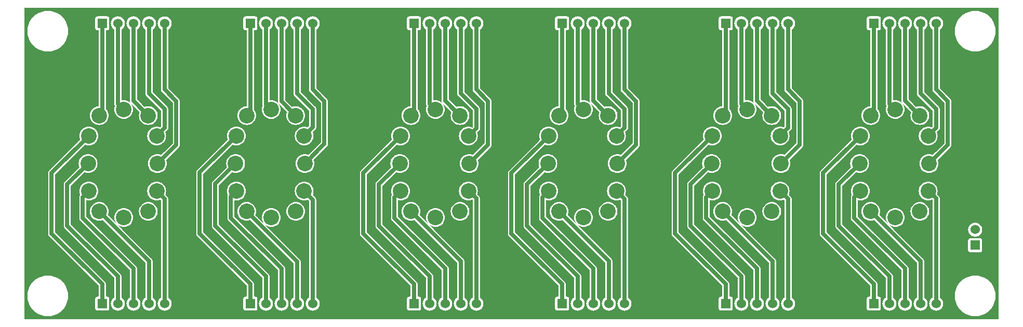
<source format=gbr>
G04 start of page 9 for group 16 layer_idx 1 *
G04 Title: (unknown), bottom_copper *
G04 Creator: pcb-rnd 1.2.7 *
G04 CreationDate: 2018-01-15 01:10:50 UTC *
G04 For: newell *
G04 Format: Gerber/RS-274X *
G04 PCB-Dimensions: 625000 200000 *
G04 PCB-Coordinate-Origin: lower left *
%MOIN*%
%FSLAX25Y25*%
%LNBOTTOM*%
%ADD56C,0.1181*%
%ADD55C,0.0433*%
%ADD54C,0.0280*%
%ADD53C,0.1000*%
%ADD52C,0.0600*%
%ADD51C,0.0250*%
%ADD50C,0.0001*%
G54D50*G36*
X89554Y144764D02*X95250Y139068D01*
Y113062D01*
X89554Y107366D01*
Y113956D01*
X89739Y114172D01*
X90233Y114978D01*
X90594Y115850D01*
X90814Y116768D01*
X90870Y117710D01*
X90814Y118652D01*
X90594Y119570D01*
X90394Y120052D01*
X91529Y121187D01*
X91596Y121244D01*
X91826Y121513D01*
X91826Y121513D01*
X92011Y121815D01*
X92146Y122143D01*
X92229Y122487D01*
X92257Y122840D01*
X92250Y122928D01*
Y134912D01*
X92257Y135000D01*
X92229Y135353D01*
X92229Y135353D01*
X92146Y135697D01*
X92011Y136025D01*
X91826Y136327D01*
X91596Y136596D01*
X91529Y136653D01*
X89554Y138628D01*
Y144764D01*
G37*
G36*
X181491Y112040D02*X182232Y112347D01*
X183038Y112841D01*
X183756Y113454D01*
X184369Y114172D01*
X184862Y114978D01*
X185224Y115850D01*
X185444Y116768D01*
X185500Y117710D01*
X185444Y118652D01*
X185224Y119570D01*
X185024Y120052D01*
X186529Y121557D01*
X186596Y121614D01*
X186826Y121884D01*
X186826Y121884D01*
Y121884D01*
X186826Y121884D01*
X187011Y122186D01*
X187146Y122513D01*
X187229Y122857D01*
X187257Y123210D01*
X187250Y123299D01*
Y134912D01*
X187257Y135000D01*
X187229Y135353D01*
X187146Y135697D01*
X187107Y135793D01*
X187011Y136025D01*
X186896Y136212D01*
X186826Y136327D01*
X186826Y136327D01*
X186596Y136596D01*
X186529Y136653D01*
X181491Y141691D01*
Y187180D01*
X181808Y186808D01*
X182347Y186348D01*
X182750Y186101D01*
Y147588D01*
X182743Y147500D01*
X182771Y147147D01*
X182854Y146803D01*
X182989Y146475D01*
X183174Y146173D01*
X183174Y146173D01*
X183404Y145904D01*
X183471Y145847D01*
X190250Y139068D01*
Y113432D01*
X182342Y105524D01*
X181860Y105724D01*
X181491Y105813D01*
Y112040D01*
G37*
G36*
Y135327D02*X182750Y134068D01*
Y124142D01*
X181842Y123234D01*
X181491Y123380D01*
Y135327D01*
G37*
G36*
Y76620D02*X181842Y76766D01*
X182750Y75858D01*
Y13899D01*
X182347Y13652D01*
X181808Y13192D01*
X181491Y12820D01*
Y76620D01*
G37*
G36*
X378872Y137946D02*X382750Y134068D01*
Y123772D01*
X382212Y123234D01*
X381730Y123434D01*
X380812Y123654D01*
X379870Y123729D01*
X378928Y123654D01*
X378872Y123641D01*
Y126662D01*
X379359Y127232D01*
X379853Y128038D01*
X380214Y128910D01*
X380434Y129829D01*
X380490Y130770D01*
X380434Y131712D01*
X380214Y132630D01*
X379853Y133502D01*
X379359Y134308D01*
X378872Y134878D01*
Y137946D01*
G37*
G36*
X475488Y38570D02*X477750Y36308D01*
Y13899D01*
X477347Y13652D01*
X476808Y13192D01*
X476348Y12653D01*
X475978Y12049D01*
X475707Y11395D01*
X475542Y10706D01*
X475488Y10025D01*
Y38570D01*
G37*
G36*
X570488D02*X572750Y36308D01*
Y13899D01*
X572347Y13652D01*
X571808Y13192D01*
X571348Y12653D01*
X570978Y12049D01*
X570707Y11395D01*
X570542Y10706D01*
X570488Y10025D01*
Y38570D01*
G37*
G36*
X584554Y113956D02*X584739Y114172D01*
X585233Y114978D01*
X585594Y115850D01*
X585814Y116768D01*
X585870Y117710D01*
X585814Y118652D01*
X585594Y119570D01*
X585394Y120052D01*
X586529Y121187D01*
X586596Y121244D01*
X586826Y121513D01*
X586826Y121513D01*
X587011Y121815D01*
X587146Y122143D01*
X587229Y122487D01*
X587257Y122840D01*
X587250Y122928D01*
Y134912D01*
X587257Y135000D01*
X587229Y135353D01*
X587229Y135353D01*
X587146Y135697D01*
X587011Y136025D01*
X586826Y136327D01*
X586596Y136596D01*
X586529Y136653D01*
X584554Y138628D01*
Y144764D01*
X590250Y139068D01*
Y113062D01*
X584554Y107366D01*
Y113956D01*
G37*
G36*
X609980Y200000D02*X625000D01*
Y0D01*
X609980D01*
Y1900D01*
X610000Y1899D01*
X612049Y2060D01*
X614049Y2540D01*
X615948Y3327D01*
X617701Y4401D01*
X619264Y5736D01*
X620599Y7299D01*
X621673Y9052D01*
X622460Y10951D01*
X622940Y12951D01*
X623061Y15000D01*
X622940Y17049D01*
X622460Y19049D01*
X621673Y20948D01*
X620599Y22701D01*
X619264Y24264D01*
X617701Y25599D01*
X615948Y26673D01*
X614049Y27460D01*
X612049Y27940D01*
X610000Y28101D01*
X609980Y28100D01*
Y43000D01*
X613000D01*
X613235Y43014D01*
X613465Y43069D01*
X613683Y43159D01*
X613884Y43283D01*
X614064Y43436D01*
X614217Y43616D01*
X614341Y43817D01*
X614431Y44035D01*
X614486Y44265D01*
X614500Y44500D01*
Y50500D01*
X614486Y50735D01*
X614431Y50965D01*
X614341Y51183D01*
X614217Y51384D01*
X614064Y51564D01*
X613884Y51717D01*
X613683Y51841D01*
X613465Y51931D01*
X613235Y51986D01*
X613000Y52000D01*
X609980D01*
Y52988D01*
X610000Y52986D01*
X610706Y53042D01*
X611395Y53207D01*
X612049Y53478D01*
X612653Y53848D01*
X613192Y54308D01*
X613652Y54847D01*
X614022Y55451D01*
X614293Y56105D01*
X614458Y56794D01*
X614500Y57500D01*
X614458Y58206D01*
X614293Y58895D01*
X614022Y59549D01*
X613652Y60153D01*
X613192Y60692D01*
X612653Y61152D01*
X612049Y61522D01*
X611395Y61793D01*
X610706Y61958D01*
X610000Y62014D01*
X609980Y62012D01*
Y171900D01*
X610000Y171899D01*
X612049Y172060D01*
X614049Y172540D01*
X615948Y173327D01*
X617701Y174401D01*
X619264Y175736D01*
X620599Y177299D01*
X621673Y179052D01*
X622460Y180951D01*
X622940Y182951D01*
X623061Y185000D01*
X622940Y187049D01*
X622460Y189049D01*
X621673Y190948D01*
X620599Y192701D01*
X619264Y194264D01*
X617701Y195599D01*
X615948Y196673D01*
X614049Y197460D01*
X612049Y197940D01*
X610000Y198101D01*
X609980Y198100D01*
Y200000D01*
G37*
G36*
X584554D02*X609980D01*
Y198100D01*
X607951Y197940D01*
X605951Y197460D01*
X604052Y196673D01*
X602299Y195599D01*
X600736Y194264D01*
X599401Y192701D01*
X598327Y190948D01*
X597540Y189049D01*
X597060Y187049D01*
X596899Y185000D01*
X597060Y182951D01*
X597540Y180951D01*
X598327Y179052D01*
X599401Y177299D01*
X600736Y175736D01*
X602299Y174401D01*
X604052Y173327D01*
X605951Y172540D01*
X607951Y172060D01*
X609980Y171900D01*
Y62012D01*
X609294Y61958D01*
X608605Y61793D01*
X607951Y61522D01*
X607347Y61152D01*
X606808Y60692D01*
X606348Y60153D01*
X605978Y59549D01*
X605707Y58895D01*
X605542Y58206D01*
X605486Y57500D01*
X605542Y56794D01*
X605707Y56105D01*
X605978Y55451D01*
X606348Y54847D01*
X606808Y54308D01*
X607347Y53848D01*
X607951Y53478D01*
X608605Y53207D01*
X609294Y53042D01*
X609980Y52988D01*
Y52000D01*
X607000D01*
X606765Y51986D01*
X606535Y51931D01*
X606317Y51841D01*
X606116Y51717D01*
X605936Y51564D01*
X605783Y51384D01*
X605659Y51183D01*
X605569Y50965D01*
X605514Y50735D01*
X605500Y50500D01*
Y44500D01*
X605514Y44265D01*
X605569Y44035D01*
X605659Y43817D01*
X605783Y43616D01*
X605936Y43436D01*
X606116Y43283D01*
X606317Y43159D01*
X606535Y43069D01*
X606765Y43014D01*
X607000Y43000D01*
X609980D01*
Y28100D01*
X607951Y27940D01*
X605951Y27460D01*
X604052Y26673D01*
X602299Y25599D01*
X600736Y24264D01*
X599401Y22701D01*
X598327Y20948D01*
X597540Y19049D01*
X597060Y17049D01*
X596899Y15000D01*
X597060Y12951D01*
X597540Y10951D01*
X598327Y9052D01*
X599401Y7299D01*
X600736Y5736D01*
X602299Y4401D01*
X604052Y3327D01*
X605951Y2540D01*
X607951Y2060D01*
X609980Y1900D01*
Y0D01*
X584554D01*
Y5521D01*
X585000Y5486D01*
X585706Y5542D01*
X586395Y5707D01*
X587049Y5978D01*
X587653Y6348D01*
X588192Y6808D01*
X588652Y7347D01*
X589022Y7951D01*
X589293Y8605D01*
X589458Y9294D01*
X589500Y10000D01*
X589458Y10706D01*
X589293Y11395D01*
X589022Y12049D01*
X588652Y12653D01*
X588192Y13192D01*
X587653Y13652D01*
X587250Y13899D01*
Y77412D01*
X587257Y77500D01*
X587229Y77853D01*
X587229Y77853D01*
X587146Y78197D01*
X587146Y78197D01*
X587011Y78525D01*
X586826Y78827D01*
X586596Y79096D01*
X586529Y79153D01*
X585494Y80188D01*
X585594Y80430D01*
X585814Y81348D01*
X585870Y82290D01*
X585814Y83232D01*
X585594Y84150D01*
X585233Y85022D01*
X584739Y85828D01*
X584554Y86044D01*
Y95683D01*
X584626Y95744D01*
X585239Y96462D01*
X585733Y97268D01*
X586094Y98140D01*
X586314Y99058D01*
X586370Y100000D01*
X586314Y100942D01*
X586094Y101860D01*
X585894Y102342D01*
X594029Y110477D01*
X594096Y110534D01*
X594326Y110803D01*
X594326Y110803D01*
X594511Y111105D01*
X594646Y111433D01*
X594729Y111777D01*
X594757Y112130D01*
X594750Y112218D01*
Y139912D01*
X594757Y140000D01*
X594729Y140353D01*
X594646Y140697D01*
X594607Y140793D01*
X594511Y141025D01*
X594396Y141212D01*
X594326Y141327D01*
X594326Y141327D01*
X594096Y141596D01*
X594029Y141653D01*
X587250Y148432D01*
Y186101D01*
X587653Y186348D01*
X588192Y186808D01*
X588652Y187347D01*
X589022Y187951D01*
X589293Y188605D01*
X589458Y189294D01*
X589500Y190000D01*
X589458Y190706D01*
X589293Y191395D01*
X589022Y192049D01*
X588652Y192653D01*
X588192Y193192D01*
X587653Y193652D01*
X587049Y194022D01*
X586395Y194293D01*
X585706Y194458D01*
X585000Y194514D01*
X584554Y194479D01*
Y200000D01*
G37*
G36*
Y0D02*X570488D01*
Y9975D01*
X570542Y9294D01*
X570707Y8605D01*
X570978Y7951D01*
X571348Y7347D01*
X571808Y6808D01*
X572347Y6348D01*
X572951Y5978D01*
X573605Y5707D01*
X574294Y5542D01*
X575000Y5486D01*
X575706Y5542D01*
X576395Y5707D01*
X577049Y5978D01*
X577653Y6348D01*
X578192Y6808D01*
X578652Y7347D01*
X579022Y7951D01*
X579293Y8605D01*
X579458Y9294D01*
X579500Y10000D01*
X579458Y10706D01*
X579293Y11395D01*
X579022Y12049D01*
X578652Y12653D01*
X578192Y13192D01*
X577653Y13652D01*
X577250Y13899D01*
Y37152D01*
X577257Y37240D01*
X577229Y37593D01*
X577229Y37593D01*
X577146Y37938D01*
X577011Y38265D01*
X577011Y38265D01*
Y38265D01*
X576826Y38567D01*
X576826Y38567D01*
X576596Y38836D01*
X576529Y38894D01*
X570488Y44934D01*
Y64758D01*
X570952Y64361D01*
X571758Y63867D01*
X572630Y63506D01*
X573548Y63286D01*
X574490Y63211D01*
X575432Y63286D01*
X576350Y63506D01*
X577222Y63867D01*
X578028Y64361D01*
X578746Y64974D01*
X579359Y65692D01*
X579853Y66498D01*
X580214Y67370D01*
X580434Y68288D01*
X580490Y69230D01*
X580434Y70172D01*
X580214Y71090D01*
X579853Y71962D01*
X579359Y72768D01*
X578746Y73486D01*
X578028Y74099D01*
X577222Y74593D01*
X576350Y74954D01*
X575432Y75174D01*
X574490Y75249D01*
X573548Y75174D01*
X572630Y74954D01*
X571758Y74593D01*
X570952Y74099D01*
X570488Y73702D01*
Y126298D01*
X570952Y125901D01*
X571758Y125407D01*
X572630Y125046D01*
X573548Y124826D01*
X574490Y124751D01*
X575432Y124826D01*
X576350Y125046D01*
X577222Y125407D01*
X578028Y125901D01*
X578746Y126514D01*
X579359Y127232D01*
X579853Y128038D01*
X580214Y128910D01*
X580434Y129829D01*
X580490Y130770D01*
X580434Y131712D01*
X580214Y132630D01*
X579853Y133502D01*
X579359Y134308D01*
X578746Y135026D01*
X578028Y135639D01*
X577222Y136133D01*
X576350Y136494D01*
X575432Y136714D01*
X574490Y136789D01*
X573548Y136714D01*
X572630Y136494D01*
X572148Y136294D01*
X570488Y137954D01*
Y189975D01*
X570542Y189294D01*
X570707Y188605D01*
X570978Y187951D01*
X571348Y187347D01*
X571808Y186808D01*
X572347Y186348D01*
X572750Y186101D01*
Y145088D01*
X572743Y145000D01*
X572771Y144647D01*
X572854Y144303D01*
X572989Y143975D01*
X573174Y143673D01*
X573174Y143673D01*
X573404Y143404D01*
X573471Y143347D01*
X582750Y134068D01*
Y123772D01*
X582212Y123234D01*
X581730Y123434D01*
X580812Y123654D01*
X579870Y123729D01*
X578928Y123654D01*
X578010Y123434D01*
X577138Y123073D01*
X576332Y122579D01*
X575614Y121966D01*
X575001Y121248D01*
X574507Y120442D01*
X574146Y119570D01*
X573926Y118652D01*
X573851Y117710D01*
X573926Y116768D01*
X574146Y115850D01*
X574507Y114978D01*
X575001Y114172D01*
X575614Y113454D01*
X576332Y112841D01*
X577138Y112347D01*
X578010Y111986D01*
X578928Y111766D01*
X579870Y111691D01*
X580812Y111766D01*
X581730Y111986D01*
X582602Y112347D01*
X583408Y112841D01*
X584126Y113454D01*
X584554Y113956D01*
Y107366D01*
X582712Y105524D01*
X582230Y105724D01*
X581312Y105944D01*
X580370Y106019D01*
X579428Y105944D01*
X578510Y105724D01*
X577638Y105363D01*
X576832Y104869D01*
X576114Y104256D01*
X575501Y103538D01*
X575007Y102732D01*
X574646Y101860D01*
X574426Y100942D01*
X574351Y100000D01*
X574426Y99058D01*
X574646Y98140D01*
X575007Y97268D01*
X575501Y96462D01*
X576114Y95744D01*
X576832Y95131D01*
X577638Y94637D01*
X578510Y94276D01*
X579428Y94056D01*
X580370Y93981D01*
X581312Y94056D01*
X582230Y94276D01*
X583102Y94637D01*
X583908Y95131D01*
X584554Y95683D01*
Y86044D01*
X584126Y86546D01*
X583408Y87159D01*
X582602Y87653D01*
X581730Y88014D01*
X580812Y88234D01*
X579870Y88309D01*
X578928Y88234D01*
X578010Y88014D01*
X577138Y87653D01*
X576332Y87159D01*
X575614Y86546D01*
X575001Y85828D01*
X574507Y85022D01*
X574146Y84150D01*
X573926Y83232D01*
X573851Y82290D01*
X573926Y81348D01*
X574146Y80430D01*
X574507Y79558D01*
X575001Y78752D01*
X575614Y78034D01*
X576332Y77421D01*
X577138Y76927D01*
X578010Y76566D01*
X578928Y76346D01*
X579870Y76271D01*
X580812Y76346D01*
X581730Y76566D01*
X582453Y76865D01*
X582750Y76568D01*
Y13899D01*
X582347Y13652D01*
X581808Y13192D01*
X581348Y12653D01*
X580978Y12049D01*
X580707Y11395D01*
X580542Y10706D01*
X580486Y10000D01*
X580542Y9294D01*
X580707Y8605D01*
X580978Y7951D01*
X581348Y7347D01*
X581808Y6808D01*
X582347Y6348D01*
X582951Y5978D01*
X583605Y5707D01*
X584294Y5542D01*
X584554Y5521D01*
Y0D01*
G37*
G36*
X570488Y200000D02*X584554D01*
Y194479D01*
X584294Y194458D01*
X583605Y194293D01*
X582951Y194022D01*
X582347Y193652D01*
X581808Y193192D01*
X581348Y192653D01*
X580978Y192049D01*
X580707Y191395D01*
X580542Y190706D01*
X580486Y190000D01*
X580542Y189294D01*
X580707Y188605D01*
X580978Y187951D01*
X581348Y187347D01*
X581808Y186808D01*
X582347Y186348D01*
X582750Y186101D01*
Y147588D01*
X582743Y147500D01*
X582771Y147147D01*
X582854Y146803D01*
X582989Y146475D01*
X583174Y146173D01*
X583174Y146173D01*
X583404Y145904D01*
X583471Y145847D01*
X584554Y144764D01*
Y138628D01*
X577250Y145932D01*
Y186101D01*
X577653Y186348D01*
X578192Y186808D01*
X578652Y187347D01*
X579022Y187951D01*
X579293Y188605D01*
X579458Y189294D01*
X579500Y190000D01*
X579458Y190706D01*
X579293Y191395D01*
X579022Y192049D01*
X578652Y192653D01*
X578192Y193192D01*
X577653Y193652D01*
X577049Y194022D01*
X576395Y194293D01*
X575706Y194458D01*
X575000Y194514D01*
X574294Y194458D01*
X573605Y194293D01*
X572951Y194022D01*
X572347Y193652D01*
X571808Y193192D01*
X571348Y192653D01*
X570978Y192049D01*
X570707Y191395D01*
X570542Y190706D01*
X570488Y190025D01*
Y200000D01*
G37*
G36*
X557618Y51440D02*X570488Y38570D01*
Y10025D01*
X570486Y10000D01*
X570488Y9975D01*
Y0D01*
X557618D01*
Y6327D01*
X557653Y6348D01*
X558192Y6808D01*
X558652Y7347D01*
X559022Y7951D01*
X559293Y8605D01*
X559458Y9294D01*
X559500Y10000D01*
X559458Y10706D01*
X559293Y11395D01*
X559022Y12049D01*
X558652Y12653D01*
X558192Y13192D01*
X557653Y13652D01*
X557618Y13673D01*
Y36700D01*
X562750Y31568D01*
Y13899D01*
X562347Y13652D01*
X561808Y13192D01*
X561348Y12653D01*
X560978Y12049D01*
X560707Y11395D01*
X560542Y10706D01*
X560486Y10000D01*
X560542Y9294D01*
X560707Y8605D01*
X560978Y7951D01*
X561348Y7347D01*
X561808Y6808D01*
X562347Y6348D01*
X562951Y5978D01*
X563605Y5707D01*
X564294Y5542D01*
X565000Y5486D01*
X565706Y5542D01*
X566395Y5707D01*
X567049Y5978D01*
X567653Y6348D01*
X568192Y6808D01*
X568652Y7347D01*
X569022Y7951D01*
X569293Y8605D01*
X569458Y9294D01*
X569500Y10000D01*
X569458Y10706D01*
X569293Y11395D01*
X569022Y12049D01*
X568652Y12653D01*
X568192Y13192D01*
X567653Y13652D01*
X567250Y13899D01*
Y32412D01*
X567257Y32500D01*
X567229Y32853D01*
X567146Y33197D01*
X567107Y33293D01*
X567011Y33525D01*
X566896Y33712D01*
X566826Y33827D01*
X566826Y33827D01*
X566596Y34096D01*
X566529Y34153D01*
X557618Y43064D01*
Y51440D01*
G37*
G36*
Y200000D02*X570488D01*
Y190025D01*
X570486Y190000D01*
X570488Y189975D01*
Y137954D01*
X567250Y141192D01*
Y186101D01*
X567653Y186348D01*
X568192Y186808D01*
X568652Y187347D01*
X569022Y187951D01*
X569293Y188605D01*
X569458Y189294D01*
X569500Y190000D01*
X569458Y190706D01*
X569293Y191395D01*
X569022Y192049D01*
X568652Y192653D01*
X568192Y193192D01*
X567653Y193652D01*
X567049Y194022D01*
X566395Y194293D01*
X565706Y194458D01*
X565000Y194514D01*
X564294Y194458D01*
X563605Y194293D01*
X562951Y194022D01*
X562347Y193652D01*
X561808Y193192D01*
X561348Y192653D01*
X560978Y192049D01*
X560707Y191395D01*
X560542Y190706D01*
X560486Y190000D01*
X560542Y189294D01*
X560707Y188605D01*
X560978Y187951D01*
X561348Y187347D01*
X561808Y186808D01*
X562347Y186348D01*
X562750Y186101D01*
Y140348D01*
X562743Y140260D01*
X562771Y139907D01*
X562771Y139907D01*
X562854Y139563D01*
X562854Y139563D01*
Y139563D01*
X562886Y139483D01*
X562989Y139235D01*
X563174Y138933D01*
X563174Y138933D01*
X563174Y138933D01*
X563174Y138933D01*
X563404Y138664D01*
X563471Y138607D01*
X568966Y133112D01*
X568766Y132630D01*
X568546Y131712D01*
X568471Y130770D01*
X568546Y129829D01*
X568766Y128910D01*
X569127Y128038D01*
X569621Y127232D01*
X570234Y126514D01*
X570488Y126298D01*
Y73702D01*
X570234Y73486D01*
X569621Y72768D01*
X569127Y71962D01*
X568766Y71090D01*
X568546Y70172D01*
X568471Y69230D01*
X568546Y68288D01*
X568766Y67370D01*
X569127Y66498D01*
X569621Y65692D01*
X570234Y64974D01*
X570488Y64758D01*
Y44934D01*
X557618Y57804D01*
Y59391D01*
X557808Y59346D01*
X558750Y59271D01*
X559692Y59346D01*
X560610Y59566D01*
X561482Y59927D01*
X562288Y60421D01*
X563006Y61034D01*
X563619Y61752D01*
X564113Y62558D01*
X564474Y63430D01*
X564694Y64348D01*
X564750Y65290D01*
X564694Y66232D01*
X564474Y67150D01*
X564113Y68022D01*
X563619Y68828D01*
X563006Y69546D01*
X562288Y70159D01*
X561482Y70653D01*
X560610Y71014D01*
X559692Y71234D01*
X558750Y71309D01*
X557808Y71234D01*
X557618Y71189D01*
Y128811D01*
X557808Y128766D01*
X558750Y128691D01*
X559692Y128766D01*
X560610Y128986D01*
X561482Y129347D01*
X562288Y129841D01*
X563006Y130454D01*
X563619Y131172D01*
X564113Y131978D01*
X564474Y132850D01*
X564694Y133768D01*
X564750Y134710D01*
X564694Y135652D01*
X564474Y136570D01*
X564113Y137442D01*
X563619Y138248D01*
X563006Y138966D01*
X562288Y139579D01*
X561482Y140073D01*
X560610Y140434D01*
X559692Y140654D01*
X558750Y140729D01*
X557808Y140654D01*
X557618Y140609D01*
Y186327D01*
X557653Y186348D01*
X558192Y186808D01*
X558652Y187347D01*
X559022Y187951D01*
X559293Y188605D01*
X559458Y189294D01*
X559500Y190000D01*
X559458Y190706D01*
X559293Y191395D01*
X559022Y192049D01*
X558652Y192653D01*
X558192Y193192D01*
X557653Y193652D01*
X557618Y193673D01*
Y200000D01*
G37*
G36*
Y140609D02*X557250Y140520D01*
Y186101D01*
X557618Y186327D01*
Y140609D01*
G37*
G36*
X543246Y36072D02*X552750Y26568D01*
Y13899D01*
X552347Y13652D01*
X551808Y13192D01*
X551348Y12653D01*
X550978Y12049D01*
X550707Y11395D01*
X550542Y10706D01*
X550486Y10000D01*
X550542Y9294D01*
X550707Y8605D01*
X550978Y7951D01*
X551348Y7347D01*
X551808Y6808D01*
X552347Y6348D01*
X552951Y5978D01*
X553605Y5707D01*
X554294Y5542D01*
X555000Y5486D01*
X555706Y5542D01*
X556395Y5707D01*
X557049Y5978D01*
X557618Y6327D01*
Y0D01*
X543246D01*
Y5500D01*
X548000D01*
X548235Y5514D01*
X548465Y5569D01*
X548683Y5659D01*
X548884Y5783D01*
X549064Y5936D01*
X549217Y6116D01*
X549341Y6317D01*
X549431Y6535D01*
X549486Y6765D01*
X549500Y7000D01*
Y13000D01*
X549486Y13235D01*
X549431Y13465D01*
X549341Y13683D01*
X549217Y13884D01*
X549064Y14064D01*
X548884Y14217D01*
X548683Y14341D01*
X548465Y14431D01*
X548235Y14486D01*
X548000Y14500D01*
X547250D01*
Y22412D01*
X547257Y22500D01*
X547229Y22853D01*
X547229Y22853D01*
X547146Y23197D01*
X547011Y23525D01*
X546826Y23827D01*
X546596Y24096D01*
X546529Y24153D01*
X543246Y27436D01*
Y36072D01*
G37*
G36*
Y51072D02*X557618Y36700D01*
Y13673D01*
X557250Y13899D01*
Y27412D01*
X557257Y27500D01*
X557229Y27853D01*
X557229Y27853D01*
X557146Y28197D01*
X557011Y28525D01*
X556826Y28827D01*
X556596Y29096D01*
X556529Y29153D01*
X543246Y42436D01*
Y51072D01*
G37*
G36*
Y63230D02*X543952Y63286D01*
X544870Y63506D01*
X545352Y63706D01*
X557618Y51440D01*
Y43064D01*
X543246Y57436D01*
Y63230D01*
G37*
G36*
Y200000D02*X557618D01*
Y193673D01*
X557049Y194022D01*
X556395Y194293D01*
X555706Y194458D01*
X555000Y194514D01*
X554294Y194458D01*
X553605Y194293D01*
X552951Y194022D01*
X552347Y193652D01*
X551808Y193192D01*
X551348Y192653D01*
X550978Y192049D01*
X550707Y191395D01*
X550542Y190706D01*
X550486Y190000D01*
X550542Y189294D01*
X550707Y188605D01*
X550978Y187951D01*
X551348Y187347D01*
X551808Y186808D01*
X552347Y186348D01*
X552750Y186101D01*
Y138548D01*
X552743Y138460D01*
X552771Y138107D01*
X552854Y137763D01*
X552989Y137435D01*
X553174Y137133D01*
X553174Y137133D01*
X553232Y137066D01*
X553026Y136570D01*
X552806Y135652D01*
X552731Y134710D01*
X552806Y133768D01*
X553026Y132850D01*
X553387Y131978D01*
X553881Y131172D01*
X554494Y130454D01*
X555212Y129841D01*
X556018Y129347D01*
X556890Y128986D01*
X557618Y128811D01*
Y71189D01*
X556890Y71014D01*
X556018Y70653D01*
X555212Y70159D01*
X554494Y69546D01*
X553881Y68828D01*
X553387Y68022D01*
X553026Y67150D01*
X552806Y66232D01*
X552731Y65290D01*
X552806Y64348D01*
X553026Y63430D01*
X553387Y62558D01*
X553881Y61752D01*
X554494Y61034D01*
X555212Y60421D01*
X556018Y59927D01*
X556890Y59566D01*
X557618Y59391D01*
Y57804D01*
X548534Y66888D01*
X548734Y67370D01*
X548954Y68288D01*
X549010Y69230D01*
X548954Y70172D01*
X548734Y71090D01*
X548373Y71962D01*
X547879Y72768D01*
X547266Y73486D01*
X546548Y74099D01*
X545742Y74593D01*
X544870Y74954D01*
X543952Y75174D01*
X543246Y75230D01*
Y124770D01*
X543952Y124826D01*
X544870Y125046D01*
X545742Y125407D01*
X546548Y125901D01*
X547266Y126514D01*
X547879Y127232D01*
X548373Y128038D01*
X548734Y128910D01*
X548954Y129829D01*
X549010Y130770D01*
X548954Y131712D01*
X548734Y132630D01*
X548373Y133502D01*
X547879Y134308D01*
X547266Y135026D01*
X547250Y135039D01*
Y185500D01*
X548000D01*
X548235Y185514D01*
X548465Y185569D01*
X548683Y185659D01*
X548884Y185783D01*
X549064Y185936D01*
X549217Y186116D01*
X549341Y186317D01*
X549431Y186535D01*
X549486Y186765D01*
X549500Y187000D01*
Y193000D01*
X549486Y193235D01*
X549431Y193465D01*
X549341Y193683D01*
X549217Y193884D01*
X549064Y194064D01*
X548884Y194217D01*
X548683Y194341D01*
X548465Y194431D01*
X548235Y194486D01*
X548000Y194500D01*
X543246D01*
Y200000D01*
G37*
G36*
X487212Y76766D02*X487750Y76228D01*
Y13899D01*
X487347Y13652D01*
X486808Y13192D01*
X486676Y13037D01*
Y76553D01*
X486730Y76566D01*
X487212Y76766D01*
G37*
G36*
X486676Y111973D02*X486730Y111986D01*
X487602Y112347D01*
X488408Y112841D01*
X489126Y113454D01*
X489739Y114172D01*
X490233Y114978D01*
X490594Y115850D01*
X490814Y116768D01*
X490870Y117710D01*
X490814Y118652D01*
X490594Y119570D01*
X490394Y120052D01*
X491529Y121187D01*
X491596Y121244D01*
X491826Y121513D01*
X491826Y121513D01*
X492011Y121815D01*
X492146Y122143D01*
X492229Y122487D01*
X492257Y122840D01*
X492250Y122928D01*
Y134912D01*
X492257Y135000D01*
X492229Y135353D01*
X492229Y135353D01*
X492146Y135697D01*
X492011Y136025D01*
X491826Y136327D01*
X491596Y136596D01*
X491529Y136653D01*
X486676Y141506D01*
Y186963D01*
X486808Y186808D01*
X487347Y186348D01*
X487750Y186101D01*
Y147588D01*
X487743Y147500D01*
X487771Y147147D01*
X487854Y146803D01*
X487989Y146475D01*
X488174Y146173D01*
X488174Y146173D01*
X488404Y145904D01*
X488471Y145847D01*
X495250Y139068D01*
Y113062D01*
X487712Y105524D01*
X487230Y105724D01*
X486676Y105857D01*
Y111973D01*
G37*
G36*
Y135142D02*X487750Y134068D01*
Y123772D01*
X487212Y123234D01*
X486730Y123434D01*
X486676Y123447D01*
Y135142D01*
G37*
G36*
Y200000D02*X543246D01*
Y194500D01*
X542000D01*
X541765Y194486D01*
X541535Y194431D01*
X541317Y194341D01*
X541116Y194217D01*
X540936Y194064D01*
X540783Y193884D01*
X540659Y193683D01*
X540569Y193465D01*
X540514Y193235D01*
X540500Y193000D01*
Y187000D01*
X540514Y186765D01*
X540569Y186535D01*
X540659Y186317D01*
X540783Y186116D01*
X540936Y185936D01*
X541116Y185783D01*
X541317Y185659D01*
X541535Y185569D01*
X541765Y185514D01*
X542000Y185500D01*
X542750D01*
Y136768D01*
X542068Y136714D01*
X541150Y136494D01*
X540278Y136133D01*
X539472Y135639D01*
X538754Y135026D01*
X538141Y134308D01*
X537647Y133502D01*
X537286Y132630D01*
X537066Y131712D01*
X536991Y130770D01*
X537066Y129829D01*
X537286Y128910D01*
X537647Y128038D01*
X538141Y127232D01*
X538754Y126514D01*
X539472Y125901D01*
X540278Y125407D01*
X541150Y125046D01*
X542068Y124826D01*
X543010Y124751D01*
X543246Y124770D01*
Y75230D01*
X543010Y75249D01*
X542068Y75174D01*
X541150Y74954D01*
X540278Y74593D01*
X539472Y74099D01*
X538754Y73486D01*
X538141Y72768D01*
X537647Y71962D01*
X537286Y71090D01*
X537066Y70172D01*
X536991Y69230D01*
X537066Y68288D01*
X537286Y67370D01*
X537647Y66498D01*
X538141Y65692D01*
X538754Y64974D01*
X539472Y64361D01*
X540278Y63867D01*
X541150Y63506D01*
X542068Y63286D01*
X543010Y63211D01*
X543246Y63230D01*
Y57436D01*
X534750Y65932D01*
Y76511D01*
X535438Y76346D01*
X536380Y76271D01*
X537322Y76346D01*
X538240Y76566D01*
X539112Y76927D01*
X539918Y77421D01*
X540636Y78034D01*
X541249Y78752D01*
X541743Y79558D01*
X542104Y80430D01*
X542324Y81348D01*
X542380Y82290D01*
X542324Y83232D01*
X542104Y84150D01*
X541743Y85022D01*
X541249Y85828D01*
X540636Y86546D01*
X539918Y87159D01*
X539112Y87653D01*
X538240Y88014D01*
X537322Y88234D01*
X536380Y88309D01*
X535438Y88234D01*
X534520Y88014D01*
X533648Y87653D01*
X532842Y87159D01*
X532124Y86546D01*
X531511Y85828D01*
X531017Y85022D01*
X530656Y84150D01*
X530436Y83232D01*
X530361Y82290D01*
X530436Y81348D01*
X530656Y80430D01*
X530855Y79949D01*
X530674Y79737D01*
X530489Y79435D01*
X530354Y79107D01*
X530271Y78763D01*
X530271Y78763D01*
X530243Y78410D01*
X530250Y78322D01*
Y65088D01*
X530243Y65000D01*
X530271Y64647D01*
X530354Y64303D01*
X530489Y63975D01*
X530674Y63673D01*
X530674Y63673D01*
X530904Y63404D01*
X530971Y63347D01*
X543246Y51072D01*
Y42436D01*
X524750Y60932D01*
Y85688D01*
X533538Y94476D01*
X534020Y94276D01*
X534938Y94056D01*
X535880Y93981D01*
X536822Y94056D01*
X537740Y94276D01*
X538612Y94637D01*
X539418Y95131D01*
X540136Y95744D01*
X540749Y96462D01*
X541243Y97268D01*
X541604Y98140D01*
X541824Y99058D01*
X541880Y100000D01*
X541824Y100942D01*
X541604Y101860D01*
X541243Y102732D01*
X540749Y103538D01*
X540136Y104256D01*
X539418Y104869D01*
X538612Y105363D01*
X537740Y105724D01*
X536822Y105944D01*
X535880Y106019D01*
X534938Y105944D01*
X534020Y105724D01*
X533148Y105363D01*
X532342Y104869D01*
X531624Y104256D01*
X531011Y103538D01*
X530517Y102732D01*
X530156Y101860D01*
X529936Y100942D01*
X529861Y100000D01*
X529936Y99058D01*
X530156Y98140D01*
X530356Y97658D01*
X520971Y88273D01*
X520904Y88216D01*
X520674Y87947D01*
X520489Y87645D01*
X520354Y87317D01*
X520271Y86973D01*
X520271Y86973D01*
X520243Y86620D01*
X520250Y86532D01*
Y60088D01*
X520243Y60000D01*
X520271Y59647D01*
Y59647D01*
X520354Y59303D01*
X520489Y58975D01*
X520559Y58861D01*
X520674Y58673D01*
X520674Y58673D01*
X520904Y58404D01*
X520971Y58347D01*
X543246Y36072D01*
Y27436D01*
X514750Y55932D01*
Y92898D01*
X534038Y112186D01*
X534520Y111986D01*
X535438Y111766D01*
X536380Y111691D01*
X537322Y111766D01*
X538240Y111986D01*
X539112Y112347D01*
X539918Y112841D01*
X540636Y113454D01*
X541249Y114172D01*
X541743Y114978D01*
X542104Y115850D01*
X542324Y116768D01*
X542380Y117710D01*
X542324Y118652D01*
X542104Y119570D01*
X541743Y120442D01*
X541249Y121248D01*
X540636Y121966D01*
X539918Y122579D01*
X539112Y123073D01*
X538240Y123434D01*
X537322Y123654D01*
X536380Y123729D01*
X535438Y123654D01*
X534520Y123434D01*
X533648Y123073D01*
X532842Y122579D01*
X532124Y121966D01*
X531511Y121248D01*
X531017Y120442D01*
X530656Y119570D01*
X530436Y118652D01*
X530361Y117710D01*
X530436Y116768D01*
X530656Y115850D01*
X530856Y115368D01*
X510971Y95483D01*
X510904Y95426D01*
X510674Y95157D01*
X510489Y94855D01*
X510354Y94527D01*
X510271Y94183D01*
X510271Y94183D01*
X510243Y93830D01*
X510250Y93742D01*
Y55088D01*
X510243Y55000D01*
X510271Y54647D01*
X510354Y54303D01*
X510489Y53975D01*
X510674Y53673D01*
X510674Y53673D01*
X510904Y53404D01*
X510971Y53347D01*
X542750Y21568D01*
Y14500D01*
X542000D01*
X541765Y14486D01*
X541535Y14431D01*
X541317Y14341D01*
X541116Y14217D01*
X540936Y14064D01*
X540783Y13884D01*
X540659Y13683D01*
X540569Y13465D01*
X540514Y13235D01*
X540500Y13000D01*
Y7000D01*
X540514Y6765D01*
X540569Y6535D01*
X540659Y6317D01*
X540783Y6116D01*
X540936Y5936D01*
X541116Y5783D01*
X541317Y5659D01*
X541535Y5569D01*
X541765Y5514D01*
X542000Y5500D01*
X543246D01*
Y0D01*
X486676D01*
Y6963D01*
X486808Y6808D01*
X487347Y6348D01*
X487951Y5978D01*
X488605Y5707D01*
X489294Y5542D01*
X490000Y5486D01*
X490706Y5542D01*
X491395Y5707D01*
X492049Y5978D01*
X492653Y6348D01*
X493192Y6808D01*
X493652Y7347D01*
X494022Y7951D01*
X494293Y8605D01*
X494458Y9294D01*
X494500Y10000D01*
X494458Y10706D01*
X494293Y11395D01*
X494022Y12049D01*
X493652Y12653D01*
X493192Y13192D01*
X492653Y13652D01*
X492250Y13899D01*
Y77072D01*
X492257Y77160D01*
X492229Y77513D01*
X492229Y77513D01*
X492146Y77857D01*
X492011Y78185D01*
X491826Y78487D01*
X491596Y78756D01*
X491529Y78813D01*
X490394Y79948D01*
X490594Y80430D01*
X490814Y81348D01*
X490870Y82290D01*
X490814Y83232D01*
X490594Y84150D01*
X490233Y85022D01*
X489739Y85828D01*
X489126Y86546D01*
X488408Y87159D01*
X487602Y87653D01*
X486730Y88014D01*
X486676Y88027D01*
Y94143D01*
X487230Y94276D01*
X488102Y94637D01*
X488908Y95131D01*
X489626Y95744D01*
X490239Y96462D01*
X490733Y97268D01*
X491094Y98140D01*
X491314Y99058D01*
X491370Y100000D01*
X491314Y100942D01*
X491094Y101860D01*
X490894Y102342D01*
X499029Y110477D01*
X499096Y110534D01*
X499326Y110803D01*
X499326Y110803D01*
X499511Y111105D01*
X499646Y111433D01*
X499729Y111777D01*
X499757Y112130D01*
X499750Y112218D01*
Y139912D01*
X499757Y140000D01*
X499729Y140353D01*
X499646Y140697D01*
X499607Y140793D01*
X499511Y141025D01*
X499396Y141212D01*
X499326Y141327D01*
X499326Y141327D01*
X499096Y141596D01*
X499029Y141653D01*
X492250Y148432D01*
Y186101D01*
X492653Y186348D01*
X493192Y186808D01*
X493652Y187347D01*
X494022Y187951D01*
X494293Y188605D01*
X494458Y189294D01*
X494500Y190000D01*
X494458Y190706D01*
X494293Y191395D01*
X494022Y192049D01*
X493652Y192653D01*
X493192Y193192D01*
X492653Y193652D01*
X492049Y194022D01*
X491395Y194293D01*
X490706Y194458D01*
X490000Y194514D01*
X489294Y194458D01*
X488605Y194293D01*
X487951Y194022D01*
X487347Y193652D01*
X486808Y193192D01*
X486676Y193037D01*
Y200000D01*
G37*
G36*
Y0D02*X475488D01*
Y9975D01*
X475542Y9294D01*
X475707Y8605D01*
X475978Y7951D01*
X476348Y7347D01*
X476808Y6808D01*
X477347Y6348D01*
X477951Y5978D01*
X478605Y5707D01*
X479294Y5542D01*
X480000Y5486D01*
X480706Y5542D01*
X481395Y5707D01*
X482049Y5978D01*
X482653Y6348D01*
X483192Y6808D01*
X483652Y7347D01*
X484022Y7951D01*
X484293Y8605D01*
X484458Y9294D01*
X484500Y10000D01*
X484458Y10706D01*
X484293Y11395D01*
X484022Y12049D01*
X483652Y12653D01*
X483192Y13192D01*
X482653Y13652D01*
X482250Y13899D01*
Y37152D01*
X482257Y37240D01*
X482229Y37593D01*
X482229Y37593D01*
X482146Y37938D01*
X482011Y38265D01*
X482011Y38265D01*
Y38265D01*
X481826Y38567D01*
X481826Y38567D01*
X481596Y38836D01*
X481529Y38894D01*
X475488Y44934D01*
Y64758D01*
X475952Y64361D01*
X476758Y63867D01*
X477630Y63506D01*
X478548Y63286D01*
X479490Y63211D01*
X480431Y63286D01*
X481350Y63506D01*
X482222Y63867D01*
X483028Y64361D01*
X483746Y64974D01*
X484359Y65692D01*
X484853Y66498D01*
X485214Y67370D01*
X485434Y68288D01*
X485490Y69230D01*
X485434Y70172D01*
X485214Y71090D01*
X484853Y71962D01*
X484359Y72768D01*
X483746Y73486D01*
X483028Y74099D01*
X482222Y74593D01*
X481350Y74954D01*
X480431Y75174D01*
X479490Y75249D01*
X478548Y75174D01*
X477630Y74954D01*
X476758Y74593D01*
X475952Y74099D01*
X475488Y73702D01*
Y126298D01*
X475952Y125901D01*
X476758Y125407D01*
X477630Y125046D01*
X478548Y124826D01*
X479490Y124751D01*
X480431Y124826D01*
X481350Y125046D01*
X482222Y125407D01*
X483028Y125901D01*
X483746Y126514D01*
X484359Y127232D01*
X484853Y128038D01*
X485214Y128910D01*
X485434Y129829D01*
X485490Y130770D01*
X485434Y131712D01*
X485214Y132630D01*
X484853Y133502D01*
X484359Y134308D01*
X483746Y135026D01*
X483028Y135639D01*
X482222Y136133D01*
X481350Y136494D01*
X480431Y136714D01*
X479490Y136789D01*
X478548Y136714D01*
X477630Y136494D01*
X477148Y136294D01*
X475488Y137954D01*
Y189975D01*
X475542Y189294D01*
X475707Y188605D01*
X475978Y187951D01*
X476348Y187347D01*
X476808Y186808D01*
X477347Y186348D01*
X477750Y186101D01*
Y145088D01*
X477743Y145000D01*
X477771Y144647D01*
X477854Y144303D01*
X477989Y143975D01*
X478174Y143673D01*
X478174Y143673D01*
X478404Y143404D01*
X478471Y143347D01*
X486676Y135142D01*
Y123447D01*
X485812Y123654D01*
X484870Y123729D01*
X483928Y123654D01*
X483010Y123434D01*
X482138Y123073D01*
X481332Y122579D01*
X480614Y121966D01*
X480001Y121248D01*
X479507Y120442D01*
X479146Y119570D01*
X478926Y118652D01*
X478851Y117710D01*
X478926Y116768D01*
X479146Y115850D01*
X479507Y114978D01*
X480001Y114172D01*
X480614Y113454D01*
X481332Y112841D01*
X482138Y112347D01*
X483010Y111986D01*
X483928Y111766D01*
X484870Y111691D01*
X485812Y111766D01*
X486676Y111973D01*
Y105857D01*
X486312Y105944D01*
X485370Y106019D01*
X484428Y105944D01*
X483510Y105724D01*
X482638Y105363D01*
X481832Y104869D01*
X481114Y104256D01*
X480501Y103538D01*
X480007Y102732D01*
X479646Y101860D01*
X479426Y100942D01*
X479351Y100000D01*
X479426Y99058D01*
X479646Y98140D01*
X480007Y97268D01*
X480501Y96462D01*
X481114Y95744D01*
X481832Y95131D01*
X482638Y94637D01*
X483510Y94276D01*
X484428Y94056D01*
X485370Y93981D01*
X486312Y94056D01*
X486676Y94143D01*
Y88027D01*
X485812Y88234D01*
X484870Y88309D01*
X483928Y88234D01*
X483010Y88014D01*
X482138Y87653D01*
X481332Y87159D01*
X480614Y86546D01*
X480001Y85828D01*
X479507Y85022D01*
X479146Y84150D01*
X478926Y83232D01*
X478851Y82290D01*
X478926Y81348D01*
X479146Y80430D01*
X479507Y79558D01*
X480001Y78752D01*
X480614Y78034D01*
X481332Y77421D01*
X482138Y76927D01*
X483010Y76566D01*
X483928Y76346D01*
X484870Y76271D01*
X485812Y76346D01*
X486676Y76553D01*
Y13037D01*
X486348Y12653D01*
X485978Y12049D01*
X485707Y11395D01*
X485542Y10706D01*
X485486Y10000D01*
X485542Y9294D01*
X485707Y8605D01*
X485978Y7951D01*
X486348Y7347D01*
X486676Y6963D01*
Y0D01*
G37*
G36*
X475488Y200000D02*X486676D01*
Y193037D01*
X486348Y192653D01*
X485978Y192049D01*
X485707Y191395D01*
X485542Y190706D01*
X485486Y190000D01*
X485542Y189294D01*
X485707Y188605D01*
X485978Y187951D01*
X486348Y187347D01*
X486676Y186963D01*
Y141506D01*
X482250Y145932D01*
Y186101D01*
X482653Y186348D01*
X483192Y186808D01*
X483652Y187347D01*
X484022Y187951D01*
X484293Y188605D01*
X484458Y189294D01*
X484500Y190000D01*
X484458Y190706D01*
X484293Y191395D01*
X484022Y192049D01*
X483652Y192653D01*
X483192Y193192D01*
X482653Y193652D01*
X482049Y194022D01*
X481395Y194293D01*
X480706Y194458D01*
X480000Y194514D01*
X479294Y194458D01*
X478605Y194293D01*
X477951Y194022D01*
X477347Y193652D01*
X476808Y193192D01*
X476348Y192653D01*
X475978Y192049D01*
X475707Y191395D01*
X475542Y190706D01*
X475488Y190025D01*
Y200000D01*
G37*
G36*
X462618Y51440D02*X475488Y38570D01*
Y10025D01*
X475486Y10000D01*
X475488Y9975D01*
Y0D01*
X462618D01*
Y6327D01*
X462653Y6348D01*
X463192Y6808D01*
X463652Y7347D01*
X464022Y7951D01*
X464293Y8605D01*
X464458Y9294D01*
X464500Y10000D01*
X464458Y10706D01*
X464293Y11395D01*
X464022Y12049D01*
X463652Y12653D01*
X463192Y13192D01*
X462653Y13652D01*
X462618Y13673D01*
Y36700D01*
X467750Y31568D01*
Y13899D01*
X467347Y13652D01*
X466808Y13192D01*
X466348Y12653D01*
X465978Y12049D01*
X465707Y11395D01*
X465542Y10706D01*
X465486Y10000D01*
X465542Y9294D01*
X465707Y8605D01*
X465978Y7951D01*
X466348Y7347D01*
X466808Y6808D01*
X467347Y6348D01*
X467951Y5978D01*
X468605Y5707D01*
X469294Y5542D01*
X470000Y5486D01*
X470706Y5542D01*
X471395Y5707D01*
X472049Y5978D01*
X472653Y6348D01*
X473192Y6808D01*
X473652Y7347D01*
X474022Y7951D01*
X474293Y8605D01*
X474458Y9294D01*
X474500Y10000D01*
X474458Y10706D01*
X474293Y11395D01*
X474022Y12049D01*
X473652Y12653D01*
X473192Y13192D01*
X472653Y13652D01*
X472250Y13899D01*
Y32412D01*
X472257Y32500D01*
X472229Y32853D01*
X472146Y33197D01*
X472107Y33293D01*
X472011Y33525D01*
X471896Y33712D01*
X471826Y33827D01*
X471826Y33827D01*
X471596Y34096D01*
X471529Y34153D01*
X462618Y43064D01*
Y51440D01*
G37*
G36*
Y200000D02*X475488D01*
Y190025D01*
X475486Y190000D01*
X475488Y189975D01*
Y137954D01*
X472250Y141192D01*
Y186101D01*
X472653Y186348D01*
X473192Y186808D01*
X473652Y187347D01*
X474022Y187951D01*
X474293Y188605D01*
X474458Y189294D01*
X474500Y190000D01*
X474458Y190706D01*
X474293Y191395D01*
X474022Y192049D01*
X473652Y192653D01*
X473192Y193192D01*
X472653Y193652D01*
X472049Y194022D01*
X471395Y194293D01*
X470706Y194458D01*
X470000Y194514D01*
X469294Y194458D01*
X468605Y194293D01*
X467951Y194022D01*
X467347Y193652D01*
X466808Y193192D01*
X466348Y192653D01*
X465978Y192049D01*
X465707Y191395D01*
X465542Y190706D01*
X465486Y190000D01*
X465542Y189294D01*
X465707Y188605D01*
X465978Y187951D01*
X466348Y187347D01*
X466808Y186808D01*
X467347Y186348D01*
X467750Y186101D01*
Y140348D01*
X467743Y140260D01*
X467771Y139907D01*
X467771Y139907D01*
X467854Y139563D01*
X467854Y139563D01*
Y139563D01*
X467886Y139483D01*
X467989Y139235D01*
X468174Y138933D01*
X468174Y138933D01*
X468174Y138933D01*
X468174Y138933D01*
X468404Y138664D01*
X468471Y138607D01*
X473966Y133112D01*
X473766Y132630D01*
X473546Y131712D01*
X473471Y130770D01*
X473546Y129829D01*
X473766Y128910D01*
X474127Y128038D01*
X474621Y127232D01*
X475234Y126514D01*
X475488Y126298D01*
Y73702D01*
X475234Y73486D01*
X474621Y72768D01*
X474127Y71962D01*
X473766Y71090D01*
X473546Y70172D01*
X473471Y69230D01*
X473546Y68288D01*
X473766Y67370D01*
X474127Y66498D01*
X474621Y65692D01*
X475234Y64974D01*
X475488Y64758D01*
Y44934D01*
X462618Y57804D01*
Y59391D01*
X462808Y59346D01*
X463750Y59271D01*
X464692Y59346D01*
X465610Y59566D01*
X466482Y59927D01*
X467288Y60421D01*
X468006Y61034D01*
X468619Y61752D01*
X469113Y62558D01*
X469474Y63430D01*
X469694Y64348D01*
X469750Y65290D01*
X469694Y66232D01*
X469474Y67150D01*
X469113Y68022D01*
X468619Y68828D01*
X468006Y69546D01*
X467288Y70159D01*
X466482Y70653D01*
X465610Y71014D01*
X464692Y71234D01*
X463750Y71309D01*
X462808Y71234D01*
X462618Y71189D01*
Y128811D01*
X462808Y128766D01*
X463750Y128691D01*
X464692Y128766D01*
X465610Y128986D01*
X466482Y129347D01*
X467288Y129841D01*
X468006Y130454D01*
X468619Y131172D01*
X469113Y131978D01*
X469474Y132850D01*
X469694Y133768D01*
X469750Y134710D01*
X469694Y135652D01*
X469474Y136570D01*
X469113Y137442D01*
X468619Y138248D01*
X468006Y138966D01*
X467288Y139579D01*
X466482Y140073D01*
X465610Y140434D01*
X464692Y140654D01*
X463750Y140729D01*
X462808Y140654D01*
X462618Y140609D01*
Y186327D01*
X462653Y186348D01*
X463192Y186808D01*
X463652Y187347D01*
X464022Y187951D01*
X464293Y188605D01*
X464458Y189294D01*
X464500Y190000D01*
X464458Y190706D01*
X464293Y191395D01*
X464022Y192049D01*
X463652Y192653D01*
X463192Y193192D01*
X462653Y193652D01*
X462618Y193673D01*
Y200000D01*
G37*
G36*
Y140609D02*X462250Y140520D01*
Y186101D01*
X462618Y186327D01*
Y140609D01*
G37*
G36*
X448246Y36072D02*X457750Y26568D01*
Y13899D01*
X457347Y13652D01*
X456808Y13192D01*
X456348Y12653D01*
X455978Y12049D01*
X455707Y11395D01*
X455542Y10706D01*
X455486Y10000D01*
X455542Y9294D01*
X455707Y8605D01*
X455978Y7951D01*
X456348Y7347D01*
X456808Y6808D01*
X457347Y6348D01*
X457951Y5978D01*
X458605Y5707D01*
X459294Y5542D01*
X460000Y5486D01*
X460706Y5542D01*
X461395Y5707D01*
X462049Y5978D01*
X462618Y6327D01*
Y0D01*
X448246D01*
Y5500D01*
X453000D01*
X453235Y5514D01*
X453465Y5569D01*
X453683Y5659D01*
X453884Y5783D01*
X454064Y5936D01*
X454217Y6116D01*
X454341Y6317D01*
X454431Y6535D01*
X454486Y6765D01*
X454500Y7000D01*
Y13000D01*
X454486Y13235D01*
X454431Y13465D01*
X454341Y13683D01*
X454217Y13884D01*
X454064Y14064D01*
X453884Y14217D01*
X453683Y14341D01*
X453465Y14431D01*
X453235Y14486D01*
X453000Y14500D01*
X452250D01*
Y22412D01*
X452257Y22500D01*
X452229Y22853D01*
X452229Y22853D01*
X452146Y23197D01*
X452011Y23525D01*
X451826Y23827D01*
X451596Y24096D01*
X451529Y24153D01*
X448246Y27436D01*
Y36072D01*
G37*
G36*
Y51072D02*X462618Y36700D01*
Y13673D01*
X462250Y13899D01*
Y27412D01*
X462257Y27500D01*
X462229Y27853D01*
X462229Y27853D01*
X462146Y28197D01*
X462011Y28525D01*
X461826Y28827D01*
X461596Y29096D01*
X461529Y29153D01*
X448246Y42436D01*
Y51072D01*
G37*
G36*
Y63230D02*X448952Y63286D01*
X449870Y63506D01*
X450352Y63706D01*
X462618Y51440D01*
Y43064D01*
X448246Y57436D01*
Y63230D01*
G37*
G36*
Y200000D02*X462618D01*
Y193673D01*
X462049Y194022D01*
X461395Y194293D01*
X460706Y194458D01*
X460000Y194514D01*
X459294Y194458D01*
X458605Y194293D01*
X457951Y194022D01*
X457347Y193652D01*
X456808Y193192D01*
X456348Y192653D01*
X455978Y192049D01*
X455707Y191395D01*
X455542Y190706D01*
X455486Y190000D01*
X455542Y189294D01*
X455707Y188605D01*
X455978Y187951D01*
X456348Y187347D01*
X456808Y186808D01*
X457347Y186348D01*
X457750Y186101D01*
Y138548D01*
X457743Y138460D01*
X457771Y138107D01*
X457854Y137763D01*
X457989Y137435D01*
X458174Y137133D01*
X458174Y137133D01*
X458232Y137066D01*
X458026Y136570D01*
X457806Y135652D01*
X457731Y134710D01*
X457806Y133768D01*
X458026Y132850D01*
X458387Y131978D01*
X458881Y131172D01*
X459494Y130454D01*
X460212Y129841D01*
X461018Y129347D01*
X461890Y128986D01*
X462618Y128811D01*
Y71189D01*
X461890Y71014D01*
X461018Y70653D01*
X460212Y70159D01*
X459494Y69546D01*
X458881Y68828D01*
X458387Y68022D01*
X458026Y67150D01*
X457806Y66232D01*
X457731Y65290D01*
X457806Y64348D01*
X458026Y63430D01*
X458387Y62558D01*
X458881Y61752D01*
X459494Y61034D01*
X460212Y60421D01*
X461018Y59927D01*
X461890Y59566D01*
X462618Y59391D01*
Y57804D01*
X453534Y66888D01*
X453734Y67370D01*
X453954Y68288D01*
X454010Y69230D01*
X453954Y70172D01*
X453734Y71090D01*
X453373Y71962D01*
X452879Y72768D01*
X452266Y73486D01*
X451548Y74099D01*
X450742Y74593D01*
X449870Y74954D01*
X448952Y75174D01*
X448246Y75230D01*
Y124770D01*
X448952Y124826D01*
X449870Y125046D01*
X450742Y125407D01*
X451548Y125901D01*
X452266Y126514D01*
X452879Y127232D01*
X453373Y128038D01*
X453734Y128910D01*
X453954Y129829D01*
X454010Y130770D01*
X453954Y131712D01*
X453734Y132630D01*
X453373Y133502D01*
X452879Y134308D01*
X452266Y135026D01*
X452250Y135039D01*
Y185500D01*
X453000D01*
X453235Y185514D01*
X453465Y185569D01*
X453683Y185659D01*
X453884Y185783D01*
X454064Y185936D01*
X454217Y186116D01*
X454341Y186317D01*
X454431Y186535D01*
X454486Y186765D01*
X454500Y187000D01*
Y193000D01*
X454486Y193235D01*
X454431Y193465D01*
X454341Y193683D01*
X454217Y193884D01*
X454064Y194064D01*
X453884Y194217D01*
X453683Y194341D01*
X453465Y194431D01*
X453235Y194486D01*
X453000Y194500D01*
X448246D01*
Y200000D01*
G37*
G36*
X378872D02*X448246D01*
Y194500D01*
X447000D01*
X446765Y194486D01*
X446535Y194431D01*
X446317Y194341D01*
X446116Y194217D01*
X445936Y194064D01*
X445783Y193884D01*
X445659Y193683D01*
X445569Y193465D01*
X445514Y193235D01*
X445500Y193000D01*
Y187000D01*
X445514Y186765D01*
X445569Y186535D01*
X445659Y186317D01*
X445783Y186116D01*
X445936Y185936D01*
X446116Y185783D01*
X446317Y185659D01*
X446535Y185569D01*
X446765Y185514D01*
X447000Y185500D01*
X447750D01*
Y136768D01*
X447069Y136714D01*
X446150Y136494D01*
X445278Y136133D01*
X444472Y135639D01*
X443754Y135026D01*
X443141Y134308D01*
X442647Y133502D01*
X442286Y132630D01*
X442066Y131712D01*
X441991Y130770D01*
X442066Y129829D01*
X442286Y128910D01*
X442647Y128038D01*
X443141Y127232D01*
X443754Y126514D01*
X444472Y125901D01*
X445278Y125407D01*
X446150Y125046D01*
X447069Y124826D01*
X448010Y124751D01*
X448246Y124770D01*
Y75230D01*
X448010Y75249D01*
X447069Y75174D01*
X446150Y74954D01*
X445278Y74593D01*
X444472Y74099D01*
X443754Y73486D01*
X443141Y72768D01*
X442647Y71962D01*
X442286Y71090D01*
X442066Y70172D01*
X441991Y69230D01*
X442066Y68288D01*
X442286Y67370D01*
X442647Y66498D01*
X443141Y65692D01*
X443754Y64974D01*
X444472Y64361D01*
X445278Y63867D01*
X446150Y63506D01*
X447069Y63286D01*
X448010Y63211D01*
X448246Y63230D01*
Y57436D01*
X439750Y65932D01*
Y76511D01*
X440438Y76346D01*
X441380Y76271D01*
X442322Y76346D01*
X443240Y76566D01*
X444112Y76927D01*
X444918Y77421D01*
X445636Y78034D01*
X446249Y78752D01*
X446743Y79558D01*
X447104Y80430D01*
X447324Y81348D01*
X447380Y82290D01*
X447324Y83232D01*
X447104Y84150D01*
X446743Y85022D01*
X446249Y85828D01*
X445636Y86546D01*
X444918Y87159D01*
X444112Y87653D01*
X443240Y88014D01*
X442322Y88234D01*
X441380Y88309D01*
X440438Y88234D01*
X439520Y88014D01*
X438648Y87653D01*
X437842Y87159D01*
X437124Y86546D01*
X436511Y85828D01*
X436017Y85022D01*
X435656Y84150D01*
X435436Y83232D01*
X435361Y82290D01*
X435436Y81348D01*
X435656Y80430D01*
X435855Y79949D01*
X435674Y79737D01*
X435489Y79435D01*
X435354Y79107D01*
X435271Y78763D01*
X435271Y78763D01*
X435243Y78410D01*
X435250Y78322D01*
Y65088D01*
X435243Y65000D01*
X435271Y64647D01*
X435354Y64303D01*
X435489Y63975D01*
X435674Y63673D01*
X435674Y63673D01*
X435904Y63404D01*
X435971Y63347D01*
X448246Y51072D01*
Y42436D01*
X429750Y60932D01*
Y85688D01*
X438538Y94476D01*
X439020Y94276D01*
X439938Y94056D01*
X440880Y93981D01*
X441822Y94056D01*
X442740Y94276D01*
X443612Y94637D01*
X444418Y95131D01*
X445136Y95744D01*
X445749Y96462D01*
X446243Y97268D01*
X446604Y98140D01*
X446824Y99058D01*
X446880Y100000D01*
X446824Y100942D01*
X446604Y101860D01*
X446243Y102732D01*
X445749Y103538D01*
X445136Y104256D01*
X444418Y104869D01*
X443612Y105363D01*
X442740Y105724D01*
X441822Y105944D01*
X440880Y106019D01*
X439938Y105944D01*
X439020Y105724D01*
X438148Y105363D01*
X437342Y104869D01*
X436624Y104256D01*
X436011Y103538D01*
X435517Y102732D01*
X435156Y101860D01*
X434936Y100942D01*
X434861Y100000D01*
X434936Y99058D01*
X435156Y98140D01*
X435356Y97658D01*
X425971Y88273D01*
X425904Y88216D01*
X425674Y87947D01*
X425489Y87645D01*
X425354Y87317D01*
X425271Y86973D01*
X425271Y86973D01*
X425243Y86620D01*
X425250Y86532D01*
Y60088D01*
X425243Y60000D01*
X425271Y59647D01*
Y59647D01*
X425354Y59303D01*
X425489Y58975D01*
X425559Y58861D01*
X425674Y58673D01*
X425674Y58673D01*
X425904Y58404D01*
X425971Y58347D01*
X448246Y36072D01*
Y27436D01*
X419750Y55932D01*
Y92898D01*
X439038Y112186D01*
X439520Y111986D01*
X440438Y111766D01*
X441380Y111691D01*
X442322Y111766D01*
X443240Y111986D01*
X444112Y112347D01*
X444918Y112841D01*
X445636Y113454D01*
X446249Y114172D01*
X446743Y114978D01*
X447104Y115850D01*
X447324Y116768D01*
X447380Y117710D01*
X447324Y118652D01*
X447104Y119570D01*
X446743Y120442D01*
X446249Y121248D01*
X445636Y121966D01*
X444918Y122579D01*
X444112Y123073D01*
X443240Y123434D01*
X442322Y123654D01*
X441380Y123729D01*
X440438Y123654D01*
X439520Y123434D01*
X438648Y123073D01*
X437842Y122579D01*
X437124Y121966D01*
X436511Y121248D01*
X436017Y120442D01*
X435656Y119570D01*
X435436Y118652D01*
X435361Y117710D01*
X435436Y116768D01*
X435656Y115850D01*
X435856Y115368D01*
X415971Y95483D01*
X415904Y95426D01*
X415674Y95157D01*
X415489Y94855D01*
X415354Y94527D01*
X415271Y94183D01*
X415271Y94183D01*
X415243Y93830D01*
X415250Y93742D01*
Y55088D01*
X415243Y55000D01*
X415271Y54647D01*
X415354Y54303D01*
X415489Y53975D01*
X415674Y53673D01*
X415674Y53673D01*
X415904Y53404D01*
X415971Y53347D01*
X447750Y21568D01*
Y14500D01*
X447000D01*
X446765Y14486D01*
X446535Y14431D01*
X446317Y14341D01*
X446116Y14217D01*
X445936Y14064D01*
X445783Y13884D01*
X445659Y13683D01*
X445569Y13465D01*
X445514Y13235D01*
X445500Y13000D01*
Y7000D01*
X445514Y6765D01*
X445569Y6535D01*
X445659Y6317D01*
X445783Y6116D01*
X445936Y5936D01*
X446116Y5783D01*
X446317Y5659D01*
X446535Y5569D01*
X446765Y5514D01*
X447000Y5500D01*
X448246D01*
Y0D01*
X378872D01*
Y7705D01*
X379022Y7951D01*
X379293Y8605D01*
X379458Y9294D01*
X379500Y10000D01*
X379458Y10706D01*
X379293Y11395D01*
X379022Y12049D01*
X378872Y12295D01*
Y65122D01*
X379359Y65692D01*
X379853Y66498D01*
X380214Y67370D01*
X380434Y68288D01*
X380490Y69230D01*
X380434Y70172D01*
X380214Y71090D01*
X379853Y71962D01*
X379359Y72768D01*
X378872Y73338D01*
Y76359D01*
X378928Y76346D01*
X379870Y76271D01*
X380812Y76346D01*
X381730Y76566D01*
X382212Y76766D01*
X382750Y76228D01*
Y13899D01*
X382347Y13652D01*
X381808Y13192D01*
X381348Y12653D01*
X380978Y12049D01*
X380707Y11395D01*
X380542Y10706D01*
X380486Y10000D01*
X380542Y9294D01*
X380707Y8605D01*
X380978Y7951D01*
X381348Y7347D01*
X381808Y6808D01*
X382347Y6348D01*
X382951Y5978D01*
X383605Y5707D01*
X384294Y5542D01*
X385000Y5486D01*
X385706Y5542D01*
X386395Y5707D01*
X387049Y5978D01*
X387653Y6348D01*
X388192Y6808D01*
X388652Y7347D01*
X389022Y7951D01*
X389293Y8605D01*
X389458Y9294D01*
X389500Y10000D01*
X389458Y10706D01*
X389293Y11395D01*
X389022Y12049D01*
X388652Y12653D01*
X388192Y13192D01*
X387653Y13652D01*
X387250Y13899D01*
Y77072D01*
X387257Y77160D01*
X387229Y77513D01*
X387229Y77513D01*
X387146Y77857D01*
X387011Y78185D01*
X386826Y78487D01*
X386596Y78756D01*
X386529Y78813D01*
X385394Y79948D01*
X385594Y80430D01*
X385814Y81348D01*
X385870Y82290D01*
X385814Y83232D01*
X385594Y84150D01*
X385233Y85022D01*
X384739Y85828D01*
X384126Y86546D01*
X383408Y87159D01*
X382602Y87653D01*
X381730Y88014D01*
X380812Y88234D01*
X379870Y88309D01*
X378928Y88234D01*
X378872Y88221D01*
Y94189D01*
X379428Y94056D01*
X380370Y93981D01*
X381312Y94056D01*
X382230Y94276D01*
X383102Y94637D01*
X383908Y95131D01*
X384626Y95744D01*
X385239Y96462D01*
X385733Y97268D01*
X386094Y98140D01*
X386314Y99058D01*
X386370Y100000D01*
X386314Y100942D01*
X386094Y101860D01*
X385894Y102342D01*
X394029Y110477D01*
X394096Y110534D01*
X394326Y110803D01*
X394326Y110803D01*
X394511Y111105D01*
X394646Y111433D01*
X394729Y111777D01*
X394757Y112130D01*
X394750Y112218D01*
Y139912D01*
X394757Y140000D01*
X394729Y140353D01*
X394646Y140697D01*
X394607Y140793D01*
X394511Y141025D01*
X394396Y141212D01*
X394326Y141327D01*
X394326Y141327D01*
X394096Y141596D01*
X394029Y141653D01*
X387250Y148432D01*
Y186101D01*
X387653Y186348D01*
X388192Y186808D01*
X388652Y187347D01*
X389022Y187951D01*
X389293Y188605D01*
X389458Y189294D01*
X389500Y190000D01*
X389458Y190706D01*
X389293Y191395D01*
X389022Y192049D01*
X388652Y192653D01*
X388192Y193192D01*
X387653Y193652D01*
X387049Y194022D01*
X386395Y194293D01*
X385706Y194458D01*
X385000Y194514D01*
X384294Y194458D01*
X383605Y194293D01*
X382951Y194022D01*
X382347Y193652D01*
X381808Y193192D01*
X381348Y192653D01*
X380978Y192049D01*
X380707Y191395D01*
X380542Y190706D01*
X380486Y190000D01*
X380542Y189294D01*
X380707Y188605D01*
X380978Y187951D01*
X381348Y187347D01*
X381808Y186808D01*
X382347Y186348D01*
X382750Y186101D01*
Y147588D01*
X382743Y147500D01*
X382771Y147147D01*
X382854Y146803D01*
X382989Y146475D01*
X383174Y146173D01*
X383174Y146173D01*
X383404Y145904D01*
X383471Y145847D01*
X390250Y139068D01*
Y113062D01*
X382712Y105524D01*
X382230Y105724D01*
X381312Y105944D01*
X380370Y106019D01*
X379428Y105944D01*
X378872Y105811D01*
Y111779D01*
X378928Y111766D01*
X379870Y111691D01*
X380812Y111766D01*
X381730Y111986D01*
X382602Y112347D01*
X383408Y112841D01*
X384126Y113454D01*
X384739Y114172D01*
X385233Y114978D01*
X385594Y115850D01*
X385814Y116768D01*
X385870Y117710D01*
X385814Y118652D01*
X385594Y119570D01*
X385394Y120052D01*
X386529Y121187D01*
X386596Y121244D01*
X386826Y121513D01*
X386826Y121513D01*
X386981Y121766D01*
X387011Y121815D01*
X387011Y121815D01*
X387146Y122143D01*
X387229Y122487D01*
X387257Y122840D01*
X387250Y122928D01*
Y134912D01*
X387257Y135000D01*
X387229Y135353D01*
X387229Y135353D01*
X387146Y135697D01*
X387011Y136025D01*
X386826Y136327D01*
X386596Y136596D01*
X386529Y136653D01*
X378872Y144310D01*
Y187705D01*
X379022Y187951D01*
X379293Y188605D01*
X379458Y189294D01*
X379500Y190000D01*
X379458Y190706D01*
X379293Y191395D01*
X379022Y192049D01*
X378872Y192295D01*
Y200000D01*
G37*
G36*
Y144310D02*X377250Y145932D01*
Y186101D01*
X377653Y186348D01*
X378192Y186808D01*
X378652Y187347D01*
X378872Y187705D01*
Y144310D01*
G37*
G36*
Y0D02*X358246D01*
Y6871D01*
X358652Y7347D01*
X359022Y7951D01*
X359293Y8605D01*
X359458Y9294D01*
X359500Y10000D01*
X359458Y10706D01*
X359293Y11395D01*
X359022Y12049D01*
X358652Y12653D01*
X358246Y13129D01*
Y36072D01*
X362750Y31568D01*
Y13899D01*
X362347Y13652D01*
X361808Y13192D01*
X361348Y12653D01*
X360978Y12049D01*
X360707Y11395D01*
X360542Y10706D01*
X360486Y10000D01*
X360542Y9294D01*
X360707Y8605D01*
X360978Y7951D01*
X361348Y7347D01*
X361808Y6808D01*
X362347Y6348D01*
X362951Y5978D01*
X363605Y5707D01*
X364294Y5542D01*
X365000Y5486D01*
X365706Y5542D01*
X366395Y5707D01*
X367049Y5978D01*
X367653Y6348D01*
X368192Y6808D01*
X368652Y7347D01*
X369022Y7951D01*
X369293Y8605D01*
X369458Y9294D01*
X369500Y10000D01*
X369458Y10706D01*
X369293Y11395D01*
X369022Y12049D01*
X368652Y12653D01*
X368192Y13192D01*
X367653Y13652D01*
X367250Y13899D01*
Y32412D01*
X367257Y32500D01*
X367229Y32853D01*
X367146Y33197D01*
X367107Y33293D01*
X367011Y33525D01*
X366896Y33712D01*
X366826Y33827D01*
X366826Y33827D01*
X366596Y34096D01*
X366529Y34153D01*
X358246Y42436D01*
Y50812D01*
X372750Y36308D01*
Y13899D01*
X372347Y13652D01*
X371808Y13192D01*
X371348Y12653D01*
X370978Y12049D01*
X370707Y11395D01*
X370542Y10706D01*
X370486Y10000D01*
X370542Y9294D01*
X370707Y8605D01*
X370978Y7951D01*
X371348Y7347D01*
X371808Y6808D01*
X372347Y6348D01*
X372951Y5978D01*
X373605Y5707D01*
X374294Y5542D01*
X375000Y5486D01*
X375706Y5542D01*
X376395Y5707D01*
X377049Y5978D01*
X377653Y6348D01*
X378192Y6808D01*
X378652Y7347D01*
X378872Y7705D01*
Y0D01*
G37*
G36*
X358246Y200000D02*X378872D01*
Y192295D01*
X378652Y192653D01*
X378192Y193192D01*
X377653Y193652D01*
X377049Y194022D01*
X376395Y194293D01*
X375706Y194458D01*
X375000Y194514D01*
X374294Y194458D01*
X373605Y194293D01*
X372951Y194022D01*
X372347Y193652D01*
X371808Y193192D01*
X371348Y192653D01*
X370978Y192049D01*
X370707Y191395D01*
X370542Y190706D01*
X370486Y190000D01*
X370542Y189294D01*
X370707Y188605D01*
X370978Y187951D01*
X371348Y187347D01*
X371808Y186808D01*
X372347Y186348D01*
X372750Y186101D01*
Y145088D01*
X372743Y145000D01*
X372771Y144647D01*
X372854Y144303D01*
X372989Y143975D01*
X373174Y143673D01*
X373174Y143673D01*
X373404Y143404D01*
X373471Y143347D01*
X378872Y137946D01*
Y134878D01*
X378746Y135026D01*
X378028Y135639D01*
X377222Y136133D01*
X376350Y136494D01*
X375432Y136714D01*
X374490Y136789D01*
X373548Y136714D01*
X372630Y136494D01*
X372148Y136294D01*
X367250Y141192D01*
Y186101D01*
X367653Y186348D01*
X368192Y186808D01*
X368652Y187347D01*
X369022Y187951D01*
X369293Y188605D01*
X369458Y189294D01*
X369500Y190000D01*
X369458Y190706D01*
X369293Y191395D01*
X369022Y192049D01*
X368652Y192653D01*
X368192Y193192D01*
X367653Y193652D01*
X367049Y194022D01*
X366395Y194293D01*
X365706Y194458D01*
X365000Y194514D01*
X364294Y194458D01*
X363605Y194293D01*
X362951Y194022D01*
X362347Y193652D01*
X361808Y193192D01*
X361348Y192653D01*
X360978Y192049D01*
X360707Y191395D01*
X360542Y190706D01*
X360486Y190000D01*
X360542Y189294D01*
X360707Y188605D01*
X360978Y187951D01*
X361348Y187347D01*
X361808Y186808D01*
X362347Y186348D01*
X362750Y186101D01*
Y140348D01*
X362743Y140260D01*
X362771Y139907D01*
Y139907D01*
X362854Y139563D01*
X362989Y139235D01*
X363059Y139121D01*
X363174Y138933D01*
X363174Y138933D01*
X363404Y138664D01*
X363471Y138607D01*
X368966Y133112D01*
X368766Y132630D01*
X368546Y131712D01*
X368471Y130770D01*
X368546Y129829D01*
X368766Y128910D01*
X369127Y128038D01*
X369621Y127232D01*
X370234Y126514D01*
X370952Y125901D01*
X371758Y125407D01*
X372630Y125046D01*
X373548Y124826D01*
X374490Y124751D01*
X375432Y124826D01*
X376350Y125046D01*
X377222Y125407D01*
X378028Y125901D01*
X378746Y126514D01*
X378872Y126662D01*
Y123641D01*
X378010Y123434D01*
X377138Y123073D01*
X376332Y122579D01*
X375614Y121966D01*
X375001Y121248D01*
X374507Y120442D01*
X374146Y119570D01*
X373926Y118652D01*
X373851Y117710D01*
X373926Y116768D01*
X374146Y115850D01*
X374507Y114978D01*
X375001Y114172D01*
X375614Y113454D01*
X376332Y112841D01*
X377138Y112347D01*
X378010Y111986D01*
X378872Y111779D01*
Y105811D01*
X378510Y105724D01*
X377638Y105363D01*
X376832Y104869D01*
X376114Y104256D01*
X375501Y103538D01*
X375007Y102732D01*
X374646Y101860D01*
X374426Y100942D01*
X374351Y100000D01*
X374426Y99058D01*
X374646Y98140D01*
X375007Y97268D01*
X375501Y96462D01*
X376114Y95744D01*
X376832Y95131D01*
X377638Y94637D01*
X378510Y94276D01*
X378872Y94189D01*
Y88221D01*
X378010Y88014D01*
X377138Y87653D01*
X376332Y87159D01*
X375614Y86546D01*
X375001Y85828D01*
X374507Y85022D01*
X374146Y84150D01*
X373926Y83232D01*
X373851Y82290D01*
X373926Y81348D01*
X374146Y80430D01*
X374507Y79558D01*
X375001Y78752D01*
X375614Y78034D01*
X376332Y77421D01*
X377138Y76927D01*
X378010Y76566D01*
X378872Y76359D01*
Y73338D01*
X378746Y73486D01*
X378028Y74099D01*
X377222Y74593D01*
X376350Y74954D01*
X375432Y75174D01*
X374490Y75249D01*
X373548Y75174D01*
X372630Y74954D01*
X371758Y74593D01*
X370952Y74099D01*
X370234Y73486D01*
X369621Y72768D01*
X369127Y71962D01*
X368766Y71090D01*
X368546Y70172D01*
X368471Y69230D01*
X368546Y68288D01*
X368766Y67370D01*
X369127Y66498D01*
X369621Y65692D01*
X370234Y64974D01*
X370952Y64361D01*
X371758Y63867D01*
X372630Y63506D01*
X373548Y63286D01*
X374490Y63211D01*
X375432Y63286D01*
X376350Y63506D01*
X377222Y63867D01*
X378028Y64361D01*
X378746Y64974D01*
X378872Y65122D01*
Y12295D01*
X378652Y12653D01*
X378192Y13192D01*
X377653Y13652D01*
X377250Y13899D01*
Y37152D01*
X377257Y37240D01*
X377229Y37593D01*
X377229Y37593D01*
X377146Y37938D01*
X377011Y38265D01*
X377011Y38265D01*
Y38265D01*
X376826Y38567D01*
X376826Y38567D01*
X376596Y38836D01*
X376529Y38894D01*
X358246Y57176D01*
Y59311D01*
X358750Y59271D01*
X359692Y59346D01*
X360610Y59566D01*
X361482Y59927D01*
X362288Y60421D01*
X363006Y61034D01*
X363619Y61752D01*
X364113Y62558D01*
X364474Y63430D01*
X364694Y64348D01*
X364750Y65290D01*
X364694Y66232D01*
X364474Y67150D01*
X364113Y68022D01*
X363619Y68828D01*
X363006Y69546D01*
X362288Y70159D01*
X361482Y70653D01*
X360610Y71014D01*
X359692Y71234D01*
X358750Y71309D01*
X358246Y71269D01*
Y128731D01*
X358750Y128691D01*
X359692Y128766D01*
X360610Y128986D01*
X361482Y129347D01*
X362288Y129841D01*
X363006Y130454D01*
X363619Y131172D01*
X364113Y131978D01*
X364474Y132850D01*
X364694Y133768D01*
X364750Y134710D01*
X364694Y135652D01*
X364474Y136570D01*
X364113Y137442D01*
X363619Y138248D01*
X363006Y138966D01*
X362288Y139579D01*
X361482Y140073D01*
X360610Y140434D01*
X359692Y140654D01*
X358750Y140729D01*
X358246Y140689D01*
Y186871D01*
X358652Y187347D01*
X359022Y187951D01*
X359293Y188605D01*
X359458Y189294D01*
X359500Y190000D01*
X359458Y190706D01*
X359293Y191395D01*
X359022Y192049D01*
X358652Y192653D01*
X358246Y193129D01*
Y200000D01*
G37*
G36*
Y140689D02*X357808Y140654D01*
X357250Y140520D01*
Y186101D01*
X357653Y186348D01*
X358192Y186808D01*
X358246Y186871D01*
Y140689D01*
G37*
G36*
X283872Y137946D02*X287750Y134068D01*
Y123432D01*
X287453Y123135D01*
X286730Y123434D01*
X285812Y123654D01*
X284870Y123729D01*
X283928Y123654D01*
X283872Y123641D01*
Y126662D01*
X284359Y127232D01*
X284853Y128038D01*
X285214Y128910D01*
X285434Y129829D01*
X285490Y130770D01*
X285434Y131712D01*
X285214Y132630D01*
X284853Y133502D01*
X284359Y134308D01*
X283872Y134878D01*
Y137946D01*
G37*
G36*
X329872Y49446D02*X352750Y26568D01*
Y13899D01*
X352347Y13652D01*
X351808Y13192D01*
X351348Y12653D01*
X350978Y12049D01*
X350707Y11395D01*
X350542Y10706D01*
X350486Y10000D01*
X350542Y9294D01*
X350707Y8605D01*
X350978Y7951D01*
X351348Y7347D01*
X351808Y6808D01*
X352347Y6348D01*
X352951Y5978D01*
X353605Y5707D01*
X354294Y5542D01*
X355000Y5486D01*
X355706Y5542D01*
X356395Y5707D01*
X357049Y5978D01*
X357653Y6348D01*
X358192Y6808D01*
X358246Y6871D01*
Y0D01*
X329872D01*
Y34446D01*
X342750Y21568D01*
Y14500D01*
X342000D01*
X341765Y14486D01*
X341535Y14431D01*
X341317Y14341D01*
X341116Y14217D01*
X340936Y14064D01*
X340783Y13884D01*
X340659Y13683D01*
X340569Y13465D01*
X340514Y13235D01*
X340500Y13000D01*
Y7000D01*
X340514Y6765D01*
X340569Y6535D01*
X340659Y6317D01*
X340783Y6116D01*
X340936Y5936D01*
X341116Y5783D01*
X341317Y5659D01*
X341535Y5569D01*
X341765Y5514D01*
X342000Y5500D01*
X348000D01*
X348235Y5514D01*
X348465Y5569D01*
X348683Y5659D01*
X348884Y5783D01*
X349064Y5936D01*
X349217Y6116D01*
X349341Y6317D01*
X349431Y6535D01*
X349486Y6765D01*
X349500Y7000D01*
Y13000D01*
X349486Y13235D01*
X349431Y13465D01*
X349341Y13683D01*
X349217Y13884D01*
X349064Y14064D01*
X348884Y14217D01*
X348683Y14341D01*
X348465Y14431D01*
X348235Y14486D01*
X348000Y14500D01*
X347250D01*
Y22412D01*
X347257Y22500D01*
X347229Y22853D01*
X347229Y22853D01*
X347146Y23197D01*
X347011Y23525D01*
X346826Y23827D01*
X346596Y24096D01*
X346529Y24153D01*
X329872Y40810D01*
Y49446D01*
G37*
G36*
Y99872D02*X329936Y99058D01*
X330156Y98140D01*
X330356Y97658D01*
X329872Y97174D01*
Y99872D01*
G37*
G36*
X343246Y51072D02*X358246Y36072D01*
Y13129D01*
X358192Y13192D01*
X357653Y13652D01*
X357250Y13899D01*
Y27412D01*
X357257Y27500D01*
X357229Y27853D01*
X357229Y27853D01*
X357146Y28197D01*
X357011Y28525D01*
X356826Y28827D01*
X356596Y29096D01*
X356529Y29153D01*
X343246Y42436D01*
Y51072D01*
G37*
G36*
Y63230D02*X343952Y63286D01*
X344870Y63506D01*
X345352Y63706D01*
X358246Y50812D01*
Y42436D01*
X343246Y57436D01*
Y63230D01*
G37*
G36*
Y200000D02*X358246D01*
Y193129D01*
X358192Y193192D01*
X357653Y193652D01*
X357049Y194022D01*
X356395Y194293D01*
X355706Y194458D01*
X355000Y194514D01*
X354294Y194458D01*
X353605Y194293D01*
X352951Y194022D01*
X352347Y193652D01*
X351808Y193192D01*
X351348Y192653D01*
X350978Y192049D01*
X350707Y191395D01*
X350542Y190706D01*
X350486Y190000D01*
X350542Y189294D01*
X350707Y188605D01*
X350978Y187951D01*
X351348Y187347D01*
X351808Y186808D01*
X352347Y186348D01*
X352750Y186101D01*
Y138548D01*
X352743Y138460D01*
X352771Y138107D01*
X352854Y137763D01*
X352989Y137435D01*
X353174Y137133D01*
X353174Y137133D01*
X353232Y137066D01*
X353026Y136570D01*
X352806Y135652D01*
X352731Y134710D01*
X352806Y133768D01*
X353026Y132850D01*
X353387Y131978D01*
X353881Y131172D01*
X354494Y130454D01*
X355212Y129841D01*
X356018Y129347D01*
X356890Y128986D01*
X357808Y128766D01*
X358246Y128731D01*
Y71269D01*
X357808Y71234D01*
X356890Y71014D01*
X356018Y70653D01*
X355212Y70159D01*
X354494Y69546D01*
X353881Y68828D01*
X353387Y68022D01*
X353026Y67150D01*
X352806Y66232D01*
X352731Y65290D01*
X352806Y64348D01*
X353026Y63430D01*
X353387Y62558D01*
X353881Y61752D01*
X354494Y61034D01*
X355212Y60421D01*
X356018Y59927D01*
X356890Y59566D01*
X357808Y59346D01*
X358246Y59311D01*
Y57176D01*
X348534Y66888D01*
X348734Y67370D01*
X348954Y68288D01*
X349010Y69230D01*
X348954Y70172D01*
X348734Y71090D01*
X348373Y71962D01*
X347879Y72768D01*
X347266Y73486D01*
X346548Y74099D01*
X345742Y74593D01*
X344870Y74954D01*
X343952Y75174D01*
X343246Y75230D01*
Y124770D01*
X343952Y124826D01*
X344870Y125046D01*
X345742Y125407D01*
X346548Y125901D01*
X347266Y126514D01*
X347879Y127232D01*
X348373Y128038D01*
X348734Y128910D01*
X348954Y129829D01*
X349010Y130770D01*
X348954Y131712D01*
X348734Y132630D01*
X348373Y133502D01*
X347879Y134308D01*
X347266Y135026D01*
X347250Y135039D01*
Y185500D01*
X348000D01*
X348235Y185514D01*
X348465Y185569D01*
X348683Y185659D01*
X348884Y185783D01*
X349064Y185936D01*
X349217Y186116D01*
X349341Y186317D01*
X349431Y186535D01*
X349486Y186765D01*
X349500Y187000D01*
Y193000D01*
X349486Y193235D01*
X349431Y193465D01*
X349341Y193683D01*
X349217Y193884D01*
X349064Y194064D01*
X348884Y194217D01*
X348683Y194341D01*
X348465Y194431D01*
X348235Y194486D01*
X348000Y194500D01*
X343246D01*
Y200000D01*
G37*
G36*
X329872D02*X343246D01*
Y194500D01*
X342000D01*
X341765Y194486D01*
X341535Y194431D01*
X341317Y194341D01*
X341116Y194217D01*
X340936Y194064D01*
X340783Y193884D01*
X340659Y193683D01*
X340569Y193465D01*
X340514Y193235D01*
X340500Y193000D01*
Y187000D01*
X340514Y186765D01*
X340569Y186535D01*
X340659Y186317D01*
X340783Y186116D01*
X340936Y185936D01*
X341116Y185783D01*
X341317Y185659D01*
X341535Y185569D01*
X341765Y185514D01*
X342000Y185500D01*
X342750D01*
Y136768D01*
X342068Y136714D01*
X341150Y136494D01*
X340278Y136133D01*
X339472Y135639D01*
X338754Y135026D01*
X338141Y134308D01*
X337647Y133502D01*
X337286Y132630D01*
X337066Y131712D01*
X336991Y130770D01*
X337066Y129829D01*
X337286Y128910D01*
X337647Y128038D01*
X338141Y127232D01*
X338754Y126514D01*
X339472Y125901D01*
X340278Y125407D01*
X341150Y125046D01*
X342068Y124826D01*
X343010Y124751D01*
X343246Y124770D01*
Y75230D01*
X343010Y75249D01*
X342068Y75174D01*
X341150Y74954D01*
X340278Y74593D01*
X339472Y74099D01*
X338754Y73486D01*
X338141Y72768D01*
X337647Y71962D01*
X337286Y71090D01*
X337066Y70172D01*
X336991Y69230D01*
X337066Y68288D01*
X337286Y67370D01*
X337647Y66498D01*
X338141Y65692D01*
X338754Y64974D01*
X339472Y64361D01*
X340278Y63867D01*
X341150Y63506D01*
X342068Y63286D01*
X343010Y63211D01*
X343246Y63230D01*
Y57436D01*
X334750Y65932D01*
Y76511D01*
X335438Y76346D01*
X336380Y76271D01*
X337322Y76346D01*
X338240Y76566D01*
X339112Y76927D01*
X339918Y77421D01*
X340636Y78034D01*
X341249Y78752D01*
X341743Y79558D01*
X342104Y80430D01*
X342324Y81348D01*
X342380Y82290D01*
X342324Y83232D01*
X342104Y84150D01*
X341743Y85022D01*
X341249Y85828D01*
X340636Y86546D01*
X339918Y87159D01*
X339112Y87653D01*
X338240Y88014D01*
X337322Y88234D01*
X336380Y88309D01*
X335438Y88234D01*
X334520Y88014D01*
X333648Y87653D01*
X332842Y87159D01*
X332124Y86546D01*
X331511Y85828D01*
X331017Y85022D01*
X330656Y84150D01*
X330436Y83232D01*
X330361Y82290D01*
X330436Y81348D01*
X330656Y80430D01*
X330855Y79949D01*
X330674Y79737D01*
X330489Y79435D01*
X330354Y79107D01*
X330271Y78763D01*
X330271Y78763D01*
X330243Y78410D01*
X330250Y78322D01*
Y65088D01*
X330243Y65000D01*
X330271Y64647D01*
X330354Y64303D01*
X330489Y63975D01*
X330674Y63673D01*
X330674Y63673D01*
X330904Y63404D01*
X330971Y63347D01*
X343246Y51072D01*
Y42436D01*
X329872Y55810D01*
Y90810D01*
X333538Y94476D01*
X334020Y94276D01*
X334938Y94056D01*
X335880Y93981D01*
X336822Y94056D01*
X337740Y94276D01*
X338612Y94637D01*
X339418Y95131D01*
X340136Y95744D01*
X340749Y96462D01*
X341243Y97268D01*
X341604Y98140D01*
X341824Y99058D01*
X341880Y100000D01*
X341824Y100942D01*
X341604Y101860D01*
X341243Y102732D01*
X340749Y103538D01*
X340136Y104256D01*
X339418Y104869D01*
X338612Y105363D01*
X337740Y105724D01*
X336822Y105944D01*
X335880Y106019D01*
X334938Y105944D01*
X334020Y105724D01*
X333148Y105363D01*
X332342Y104869D01*
X331624Y104256D01*
X331011Y103538D01*
X330517Y102732D01*
X330156Y101860D01*
X329936Y100942D01*
X329872Y100128D01*
Y108020D01*
X334038Y112186D01*
X334520Y111986D01*
X335438Y111766D01*
X336380Y111691D01*
X337322Y111766D01*
X338240Y111986D01*
X339112Y112347D01*
X339918Y112841D01*
X340636Y113454D01*
X341249Y114172D01*
X341743Y114978D01*
X342104Y115850D01*
X342324Y116768D01*
X342380Y117710D01*
X342324Y118652D01*
X342104Y119570D01*
X341743Y120442D01*
X341249Y121248D01*
X340636Y121966D01*
X339918Y122579D01*
X339112Y123073D01*
X338240Y123434D01*
X337322Y123654D01*
X336380Y123729D01*
X335438Y123654D01*
X334520Y123434D01*
X333648Y123073D01*
X332842Y122579D01*
X332124Y121966D01*
X331511Y121248D01*
X331017Y120442D01*
X330656Y119570D01*
X330436Y118652D01*
X330361Y117710D01*
X330436Y116768D01*
X330656Y115850D01*
X330856Y115368D01*
X329872Y114384D01*
Y200000D01*
G37*
G36*
Y100128D02*X329861Y100000D01*
X329872Y99872D01*
Y97174D01*
X320971Y88273D01*
X320904Y88216D01*
X320674Y87947D01*
X320489Y87645D01*
X320354Y87317D01*
X320271Y86973D01*
X320271Y86973D01*
X320243Y86620D01*
X320250Y86532D01*
Y60088D01*
X320243Y60000D01*
X320271Y59647D01*
Y59647D01*
X320354Y59303D01*
X320489Y58975D01*
X320559Y58861D01*
X320674Y58673D01*
X320674Y58673D01*
X320904Y58404D01*
X320971Y58347D01*
X329872Y49446D01*
Y40810D01*
X314750Y55932D01*
Y92898D01*
X329872Y108020D01*
Y100128D01*
G37*
G36*
Y55810D02*X324750Y60932D01*
Y85688D01*
X329872Y90810D01*
Y55810D01*
G37*
G36*
X283872Y200000D02*X329872D01*
Y114384D01*
X310971Y95483D01*
X310904Y95426D01*
X310674Y95157D01*
X310489Y94855D01*
X310354Y94527D01*
X310271Y94183D01*
X310271Y94183D01*
X310243Y93830D01*
X310250Y93742D01*
Y55088D01*
X310243Y55000D01*
X310271Y54647D01*
X310354Y54303D01*
X310489Y53975D01*
X310674Y53673D01*
X310674Y53673D01*
X310904Y53404D01*
X310971Y53347D01*
X329872Y34446D01*
Y0D01*
X283872D01*
Y7705D01*
X284022Y7951D01*
X284293Y8605D01*
X284458Y9294D01*
X284500Y10000D01*
X284458Y10706D01*
X284293Y11395D01*
X284022Y12049D01*
X283872Y12295D01*
Y65122D01*
X284359Y65692D01*
X284853Y66498D01*
X285214Y67370D01*
X285434Y68288D01*
X285490Y69230D01*
X285434Y70172D01*
X285214Y71090D01*
X284853Y71962D01*
X284359Y72768D01*
X283872Y73338D01*
Y76359D01*
X283928Y76346D01*
X284870Y76271D01*
X285812Y76346D01*
X286730Y76566D01*
X287509Y76889D01*
X287750Y76648D01*
Y13899D01*
X287347Y13652D01*
X286808Y13192D01*
X286348Y12653D01*
X285978Y12049D01*
X285707Y11395D01*
X285542Y10706D01*
X285486Y10000D01*
X285542Y9294D01*
X285707Y8605D01*
X285978Y7951D01*
X286348Y7347D01*
X286808Y6808D01*
X287347Y6348D01*
X287951Y5978D01*
X288605Y5707D01*
X289294Y5542D01*
X290000Y5486D01*
X290706Y5542D01*
X291395Y5707D01*
X292049Y5978D01*
X292653Y6348D01*
X293192Y6808D01*
X293652Y7347D01*
X294022Y7951D01*
X294293Y8605D01*
X294458Y9294D01*
X294500Y10000D01*
X294458Y10706D01*
X294293Y11395D01*
X294022Y12049D01*
X293652Y12653D01*
X293192Y13192D01*
X292653Y13652D01*
X292250Y13899D01*
Y77492D01*
X292257Y77580D01*
X292229Y77933D01*
X292146Y78277D01*
X292107Y78373D01*
X292011Y78605D01*
X291896Y78792D01*
X291826Y78907D01*
X291826Y78907D01*
X291596Y79176D01*
X291529Y79233D01*
X290517Y80245D01*
X290594Y80430D01*
X290814Y81348D01*
X290870Y82290D01*
X290814Y83232D01*
X290594Y84150D01*
X290233Y85022D01*
X289739Y85828D01*
X289126Y86546D01*
X288408Y87159D01*
X287602Y87653D01*
X286730Y88014D01*
X285812Y88234D01*
X284870Y88309D01*
X283928Y88234D01*
X283872Y88221D01*
Y94189D01*
X284428Y94056D01*
X285370Y93981D01*
X286312Y94056D01*
X287230Y94276D01*
X288102Y94637D01*
X288908Y95131D01*
X289626Y95744D01*
X290239Y96462D01*
X290733Y97268D01*
X291094Y98140D01*
X291314Y99058D01*
X291370Y100000D01*
X291314Y100942D01*
X291094Y101860D01*
X290894Y102342D01*
X299029Y110477D01*
X299096Y110534D01*
X299326Y110803D01*
X299326Y110803D01*
X299511Y111105D01*
X299646Y111433D01*
X299729Y111777D01*
X299757Y112130D01*
X299750Y112218D01*
Y139912D01*
X299757Y140000D01*
X299729Y140353D01*
X299646Y140697D01*
X299607Y140793D01*
X299511Y141025D01*
X299396Y141212D01*
X299326Y141327D01*
X299326Y141327D01*
X299096Y141596D01*
X299029Y141653D01*
X292250Y148432D01*
Y186101D01*
X292653Y186348D01*
X293192Y186808D01*
X293652Y187347D01*
X294022Y187951D01*
X294293Y188605D01*
X294458Y189294D01*
X294500Y190000D01*
X294458Y190706D01*
X294293Y191395D01*
X294022Y192049D01*
X293652Y192653D01*
X293192Y193192D01*
X292653Y193652D01*
X292049Y194022D01*
X291395Y194293D01*
X290706Y194458D01*
X290000Y194514D01*
X289294Y194458D01*
X288605Y194293D01*
X287951Y194022D01*
X287347Y193652D01*
X286808Y193192D01*
X286348Y192653D01*
X285978Y192049D01*
X285707Y191395D01*
X285542Y190706D01*
X285486Y190000D01*
X285542Y189294D01*
X285707Y188605D01*
X285978Y187951D01*
X286348Y187347D01*
X286808Y186808D01*
X287347Y186348D01*
X287750Y186101D01*
Y147588D01*
X287743Y147500D01*
X287771Y147147D01*
X287854Y146803D01*
X287989Y146475D01*
X288174Y146173D01*
X288174Y146173D01*
X288404Y145904D01*
X288471Y145847D01*
X295250Y139068D01*
Y113062D01*
X287712Y105524D01*
X287230Y105724D01*
X286312Y105944D01*
X285370Y106019D01*
X284428Y105944D01*
X283872Y105811D01*
Y111779D01*
X283928Y111766D01*
X284870Y111691D01*
X285812Y111766D01*
X286730Y111986D01*
X287602Y112347D01*
X288408Y112841D01*
X289126Y113454D01*
X289739Y114172D01*
X290233Y114978D01*
X290594Y115850D01*
X290814Y116768D01*
X290870Y117710D01*
X290814Y118652D01*
X290594Y119570D01*
X290494Y119812D01*
X291529Y120847D01*
X291596Y120904D01*
X291826Y121173D01*
X291826Y121173D01*
X292011Y121475D01*
X292146Y121803D01*
X292229Y122147D01*
X292257Y122500D01*
X292250Y122588D01*
Y134912D01*
X292257Y135000D01*
X292229Y135353D01*
X292229Y135353D01*
X292146Y135697D01*
X292011Y136025D01*
X291826Y136327D01*
X291596Y136596D01*
X291529Y136653D01*
X283872Y144310D01*
Y187705D01*
X284022Y187951D01*
X284293Y188605D01*
X284458Y189294D01*
X284500Y190000D01*
X284458Y190706D01*
X284293Y191395D01*
X284022Y192049D01*
X283872Y192295D01*
Y200000D01*
G37*
G36*
Y144310D02*X282250Y145932D01*
Y186101D01*
X282653Y186348D01*
X283192Y186808D01*
X283652Y187347D01*
X283872Y187705D01*
Y144310D01*
G37*
G36*
X262618Y51440D02*X277750Y36308D01*
Y13899D01*
X277347Y13652D01*
X276808Y13192D01*
X276348Y12653D01*
X275978Y12049D01*
X275707Y11395D01*
X275542Y10706D01*
X275486Y10000D01*
X275542Y9294D01*
X275707Y8605D01*
X275978Y7951D01*
X276348Y7347D01*
X276808Y6808D01*
X277347Y6348D01*
X277951Y5978D01*
X278605Y5707D01*
X279294Y5542D01*
X280000Y5486D01*
X280706Y5542D01*
X281395Y5707D01*
X282049Y5978D01*
X282653Y6348D01*
X283192Y6808D01*
X283652Y7347D01*
X283872Y7705D01*
Y0D01*
X262618D01*
Y6327D01*
X262653Y6348D01*
X263192Y6808D01*
X263652Y7347D01*
X264022Y7951D01*
X264293Y8605D01*
X264458Y9294D01*
X264500Y10000D01*
X264458Y10706D01*
X264293Y11395D01*
X264022Y12049D01*
X263652Y12653D01*
X263192Y13192D01*
X262653Y13652D01*
X262618Y13673D01*
Y36700D01*
X267750Y31568D01*
Y13899D01*
X267347Y13652D01*
X266808Y13192D01*
X266348Y12653D01*
X265978Y12049D01*
X265707Y11395D01*
X265542Y10706D01*
X265486Y10000D01*
X265542Y9294D01*
X265707Y8605D01*
X265978Y7951D01*
X266348Y7347D01*
X266808Y6808D01*
X267347Y6348D01*
X267951Y5978D01*
X268605Y5707D01*
X269294Y5542D01*
X270000Y5486D01*
X270706Y5542D01*
X271395Y5707D01*
X272049Y5978D01*
X272653Y6348D01*
X273192Y6808D01*
X273652Y7347D01*
X274022Y7951D01*
X274293Y8605D01*
X274458Y9294D01*
X274500Y10000D01*
X274458Y10706D01*
X274293Y11395D01*
X274022Y12049D01*
X273652Y12653D01*
X273192Y13192D01*
X272653Y13652D01*
X272250Y13899D01*
Y32412D01*
X272257Y32500D01*
X272229Y32853D01*
X272146Y33197D01*
X272107Y33293D01*
X272011Y33525D01*
X271896Y33712D01*
X271826Y33827D01*
X271826Y33827D01*
X271596Y34096D01*
X271529Y34153D01*
X262618Y43064D01*
Y51440D01*
G37*
G36*
Y200000D02*X283872D01*
Y192295D01*
X283652Y192653D01*
X283192Y193192D01*
X282653Y193652D01*
X282049Y194022D01*
X281395Y194293D01*
X280706Y194458D01*
X280000Y194514D01*
X279294Y194458D01*
X278605Y194293D01*
X277951Y194022D01*
X277347Y193652D01*
X276808Y193192D01*
X276348Y192653D01*
X275978Y192049D01*
X275707Y191395D01*
X275542Y190706D01*
X275486Y190000D01*
X275542Y189294D01*
X275707Y188605D01*
X275978Y187951D01*
X276348Y187347D01*
X276808Y186808D01*
X277347Y186348D01*
X277750Y186101D01*
Y145088D01*
X277743Y145000D01*
X277771Y144647D01*
X277854Y144303D01*
X277989Y143975D01*
X278174Y143673D01*
X278174Y143673D01*
X278404Y143404D01*
X278471Y143347D01*
X283872Y137946D01*
Y134878D01*
X283746Y135026D01*
X283028Y135639D01*
X282222Y136133D01*
X281350Y136494D01*
X280432Y136714D01*
X279490Y136789D01*
X278548Y136714D01*
X277630Y136494D01*
X277148Y136294D01*
X272250Y141192D01*
Y186101D01*
X272653Y186348D01*
X273192Y186808D01*
X273652Y187347D01*
X274022Y187951D01*
X274293Y188605D01*
X274458Y189294D01*
X274500Y190000D01*
X274458Y190706D01*
X274293Y191395D01*
X274022Y192049D01*
X273652Y192653D01*
X273192Y193192D01*
X272653Y193652D01*
X272049Y194022D01*
X271395Y194293D01*
X270706Y194458D01*
X270000Y194514D01*
X269294Y194458D01*
X268605Y194293D01*
X267951Y194022D01*
X267347Y193652D01*
X266808Y193192D01*
X266348Y192653D01*
X265978Y192049D01*
X265707Y191395D01*
X265542Y190706D01*
X265486Y190000D01*
X265542Y189294D01*
X265707Y188605D01*
X265978Y187951D01*
X266348Y187347D01*
X266808Y186808D01*
X267347Y186348D01*
X267750Y186101D01*
Y140348D01*
X267743Y140260D01*
X267771Y139907D01*
Y139907D01*
X267854Y139563D01*
X267989Y139235D01*
X268059Y139121D01*
X268174Y138933D01*
X268174Y138933D01*
X268404Y138664D01*
X268471Y138607D01*
X273966Y133112D01*
X273766Y132630D01*
X273546Y131712D01*
X273471Y130770D01*
X273546Y129829D01*
X273766Y128910D01*
X274127Y128038D01*
X274621Y127232D01*
X275234Y126514D01*
X275952Y125901D01*
X276758Y125407D01*
X277630Y125046D01*
X278548Y124826D01*
X279490Y124751D01*
X280432Y124826D01*
X281350Y125046D01*
X282222Y125407D01*
X283028Y125901D01*
X283746Y126514D01*
X283872Y126662D01*
Y123641D01*
X283010Y123434D01*
X282138Y123073D01*
X281332Y122579D01*
X280614Y121966D01*
X280001Y121248D01*
X279507Y120442D01*
X279146Y119570D01*
X278926Y118652D01*
X278851Y117710D01*
X278926Y116768D01*
X279146Y115850D01*
X279507Y114978D01*
X280001Y114172D01*
X280614Y113454D01*
X281332Y112841D01*
X282138Y112347D01*
X283010Y111986D01*
X283872Y111779D01*
Y105811D01*
X283510Y105724D01*
X282638Y105363D01*
X281832Y104869D01*
X281114Y104256D01*
X280501Y103538D01*
X280007Y102732D01*
X279646Y101860D01*
X279426Y100942D01*
X279351Y100000D01*
X279426Y99058D01*
X279646Y98140D01*
X280007Y97268D01*
X280501Y96462D01*
X281114Y95744D01*
X281832Y95131D01*
X282638Y94637D01*
X283510Y94276D01*
X283872Y94189D01*
Y88221D01*
X283010Y88014D01*
X282138Y87653D01*
X281332Y87159D01*
X280614Y86546D01*
X280001Y85828D01*
X279507Y85022D01*
X279146Y84150D01*
X278926Y83232D01*
X278851Y82290D01*
X278926Y81348D01*
X279146Y80430D01*
X279507Y79558D01*
X280001Y78752D01*
X280614Y78034D01*
X281332Y77421D01*
X282138Y76927D01*
X283010Y76566D01*
X283872Y76359D01*
Y73338D01*
X283746Y73486D01*
X283028Y74099D01*
X282222Y74593D01*
X281350Y74954D01*
X280432Y75174D01*
X279490Y75249D01*
X278548Y75174D01*
X277630Y74954D01*
X276758Y74593D01*
X275952Y74099D01*
X275234Y73486D01*
X274621Y72768D01*
X274127Y71962D01*
X273766Y71090D01*
X273546Y70172D01*
X273471Y69230D01*
X273546Y68288D01*
X273766Y67370D01*
X274127Y66498D01*
X274621Y65692D01*
X275234Y64974D01*
X275952Y64361D01*
X276758Y63867D01*
X277630Y63506D01*
X278548Y63286D01*
X279490Y63211D01*
X280432Y63286D01*
X281350Y63506D01*
X282222Y63867D01*
X283028Y64361D01*
X283746Y64974D01*
X283872Y65122D01*
Y12295D01*
X283652Y12653D01*
X283192Y13192D01*
X282653Y13652D01*
X282250Y13899D01*
Y37152D01*
X282257Y37240D01*
X282229Y37593D01*
X282229Y37593D01*
X282146Y37938D01*
X282011Y38265D01*
X282011Y38265D01*
Y38265D01*
X281826Y38567D01*
X281826Y38567D01*
X281596Y38836D01*
X281529Y38894D01*
X262618Y57804D01*
Y59391D01*
X262808Y59346D01*
X263750Y59271D01*
X264692Y59346D01*
X265610Y59566D01*
X266482Y59927D01*
X267288Y60421D01*
X268006Y61034D01*
X268619Y61752D01*
X269113Y62558D01*
X269474Y63430D01*
X269694Y64348D01*
X269750Y65290D01*
X269694Y66232D01*
X269474Y67150D01*
X269113Y68022D01*
X268619Y68828D01*
X268006Y69546D01*
X267288Y70159D01*
X266482Y70653D01*
X265610Y71014D01*
X264692Y71234D01*
X263750Y71309D01*
X262808Y71234D01*
X262618Y71189D01*
Y128811D01*
X262808Y128766D01*
X263750Y128691D01*
X264692Y128766D01*
X265610Y128986D01*
X266482Y129347D01*
X267288Y129841D01*
X268006Y130454D01*
X268619Y131172D01*
X269113Y131978D01*
X269474Y132850D01*
X269694Y133768D01*
X269750Y134710D01*
X269694Y135652D01*
X269474Y136570D01*
X269113Y137442D01*
X268619Y138248D01*
X268006Y138966D01*
X267288Y139579D01*
X266482Y140073D01*
X265610Y140434D01*
X264692Y140654D01*
X263750Y140729D01*
X262808Y140654D01*
X262618Y140609D01*
Y186327D01*
X262653Y186348D01*
X263192Y186808D01*
X263652Y187347D01*
X264022Y187951D01*
X264293Y188605D01*
X264458Y189294D01*
X264500Y190000D01*
X264458Y190706D01*
X264293Y191395D01*
X264022Y192049D01*
X263652Y192653D01*
X263192Y193192D01*
X262653Y193652D01*
X262618Y193673D01*
Y200000D01*
G37*
G36*
Y140609D02*X262250Y140520D01*
Y186101D01*
X262618Y186327D01*
Y140609D01*
G37*
G36*
X248246Y36072D02*X257750Y26568D01*
Y13899D01*
X257347Y13652D01*
X256808Y13192D01*
X256348Y12653D01*
X255978Y12049D01*
X255707Y11395D01*
X255542Y10706D01*
X255486Y10000D01*
X255542Y9294D01*
X255707Y8605D01*
X255978Y7951D01*
X256348Y7347D01*
X256808Y6808D01*
X257347Y6348D01*
X257951Y5978D01*
X258605Y5707D01*
X259294Y5542D01*
X260000Y5486D01*
X260706Y5542D01*
X261395Y5707D01*
X262049Y5978D01*
X262618Y6327D01*
Y0D01*
X248246D01*
Y5500D01*
X253000D01*
X253235Y5514D01*
X253465Y5569D01*
X253683Y5659D01*
X253884Y5783D01*
X254064Y5936D01*
X254217Y6116D01*
X254341Y6317D01*
X254431Y6535D01*
X254486Y6765D01*
X254500Y7000D01*
Y13000D01*
X254486Y13235D01*
X254431Y13465D01*
X254341Y13683D01*
X254217Y13884D01*
X254064Y14064D01*
X253884Y14217D01*
X253683Y14341D01*
X253465Y14431D01*
X253235Y14486D01*
X253000Y14500D01*
X252250D01*
Y22412D01*
X252257Y22500D01*
X252229Y22853D01*
X252229Y22853D01*
X252146Y23197D01*
X252011Y23525D01*
X251826Y23827D01*
X251596Y24096D01*
X251529Y24153D01*
X248246Y27436D01*
Y36072D01*
G37*
G36*
Y51072D02*X262618Y36700D01*
Y13673D01*
X262250Y13899D01*
Y27412D01*
X262257Y27500D01*
X262229Y27853D01*
X262229Y27853D01*
X262146Y28197D01*
X262011Y28525D01*
X261826Y28827D01*
X261596Y29096D01*
X261529Y29153D01*
X248246Y42436D01*
Y51072D01*
G37*
G36*
Y63230D02*X248952Y63286D01*
X249870Y63506D01*
X250352Y63706D01*
X262618Y51440D01*
Y43064D01*
X248246Y57436D01*
Y63230D01*
G37*
G36*
Y200000D02*X262618D01*
Y193673D01*
X262049Y194022D01*
X261395Y194293D01*
X260706Y194458D01*
X260000Y194514D01*
X259294Y194458D01*
X258605Y194293D01*
X257951Y194022D01*
X257347Y193652D01*
X256808Y193192D01*
X256348Y192653D01*
X255978Y192049D01*
X255707Y191395D01*
X255542Y190706D01*
X255486Y190000D01*
X255542Y189294D01*
X255707Y188605D01*
X255978Y187951D01*
X256348Y187347D01*
X256808Y186808D01*
X257347Y186348D01*
X257750Y186101D01*
Y138548D01*
X257743Y138460D01*
X257771Y138107D01*
X257854Y137763D01*
X257989Y137435D01*
X258174Y137133D01*
X258174Y137133D01*
X258232Y137066D01*
X258026Y136570D01*
X257806Y135652D01*
X257731Y134710D01*
X257806Y133768D01*
X258026Y132850D01*
X258387Y131978D01*
X258881Y131172D01*
X259494Y130454D01*
X260212Y129841D01*
X261018Y129347D01*
X261890Y128986D01*
X262618Y128811D01*
Y71189D01*
X261890Y71014D01*
X261018Y70653D01*
X260212Y70159D01*
X259494Y69546D01*
X258881Y68828D01*
X258387Y68022D01*
X258026Y67150D01*
X257806Y66232D01*
X257731Y65290D01*
X257806Y64348D01*
X258026Y63430D01*
X258387Y62558D01*
X258881Y61752D01*
X259494Y61034D01*
X260212Y60421D01*
X261018Y59927D01*
X261890Y59566D01*
X262618Y59391D01*
Y57804D01*
X253534Y66888D01*
X253734Y67370D01*
X253954Y68288D01*
X254010Y69230D01*
X253954Y70172D01*
X253734Y71090D01*
X253373Y71962D01*
X252879Y72768D01*
X252266Y73486D01*
X251548Y74099D01*
X250742Y74593D01*
X249870Y74954D01*
X248952Y75174D01*
X248246Y75230D01*
Y124770D01*
X248952Y124826D01*
X249870Y125046D01*
X250742Y125407D01*
X251548Y125901D01*
X252266Y126514D01*
X252879Y127232D01*
X253373Y128038D01*
X253734Y128910D01*
X253954Y129829D01*
X254010Y130770D01*
X253954Y131712D01*
X253734Y132630D01*
X253373Y133502D01*
X252879Y134308D01*
X252266Y135026D01*
X252250Y135039D01*
Y185500D01*
X253000D01*
X253235Y185514D01*
X253465Y185569D01*
X253683Y185659D01*
X253884Y185783D01*
X254064Y185936D01*
X254217Y186116D01*
X254341Y186317D01*
X254431Y186535D01*
X254486Y186765D01*
X254500Y187000D01*
Y193000D01*
X254486Y193235D01*
X254431Y193465D01*
X254341Y193683D01*
X254217Y193884D01*
X254064Y194064D01*
X253884Y194217D01*
X253683Y194341D01*
X253465Y194431D01*
X253235Y194486D01*
X253000Y194500D01*
X248246D01*
Y200000D01*
G37*
G36*
X181491D02*X248246D01*
Y194500D01*
X247000D01*
X246765Y194486D01*
X246535Y194431D01*
X246317Y194341D01*
X246116Y194217D01*
X245936Y194064D01*
X245783Y193884D01*
X245659Y193683D01*
X245569Y193465D01*
X245514Y193235D01*
X245500Y193000D01*
Y187000D01*
X245514Y186765D01*
X245569Y186535D01*
X245659Y186317D01*
X245783Y186116D01*
X245936Y185936D01*
X246116Y185783D01*
X246317Y185659D01*
X246535Y185569D01*
X246765Y185514D01*
X247000Y185500D01*
X247750D01*
Y136768D01*
X247068Y136714D01*
X246150Y136494D01*
X245278Y136133D01*
X244472Y135639D01*
X243754Y135026D01*
X243141Y134308D01*
X242647Y133502D01*
X242286Y132630D01*
X242066Y131712D01*
X241991Y130770D01*
X242066Y129829D01*
X242286Y128910D01*
X242647Y128038D01*
X243141Y127232D01*
X243754Y126514D01*
X244472Y125901D01*
X245278Y125407D01*
X246150Y125046D01*
X247068Y124826D01*
X248010Y124751D01*
X248246Y124770D01*
Y75230D01*
X248010Y75249D01*
X247068Y75174D01*
X246150Y74954D01*
X245278Y74593D01*
X244472Y74099D01*
X243754Y73486D01*
X243141Y72768D01*
X242647Y71962D01*
X242286Y71090D01*
X242066Y70172D01*
X241991Y69230D01*
X242066Y68288D01*
X242286Y67370D01*
X242647Y66498D01*
X243141Y65692D01*
X243754Y64974D01*
X244472Y64361D01*
X245278Y63867D01*
X246150Y63506D01*
X247068Y63286D01*
X248010Y63211D01*
X248246Y63230D01*
Y57436D01*
X239750Y65932D01*
Y76511D01*
X240439Y76346D01*
X241380Y76271D01*
X242322Y76346D01*
X243240Y76566D01*
X244112Y76927D01*
X244918Y77421D01*
X245636Y78034D01*
X246249Y78752D01*
X246743Y79558D01*
X247104Y80430D01*
X247324Y81348D01*
X247380Y82290D01*
X247324Y83232D01*
X247104Y84150D01*
X246743Y85022D01*
X246249Y85828D01*
X245636Y86546D01*
X244918Y87159D01*
X244112Y87653D01*
X243240Y88014D01*
X242322Y88234D01*
X241380Y88309D01*
X240439Y88234D01*
X239520Y88014D01*
X238648Y87653D01*
X237842Y87159D01*
X237124Y86546D01*
X236511Y85828D01*
X236017Y85022D01*
X235656Y84150D01*
X235436Y83232D01*
X235361Y82290D01*
X235436Y81348D01*
X235656Y80430D01*
X235855Y79949D01*
X235674Y79737D01*
X235489Y79435D01*
X235354Y79107D01*
X235271Y78763D01*
X235271Y78763D01*
X235243Y78410D01*
X235250Y78322D01*
Y65088D01*
X235243Y65000D01*
X235271Y64647D01*
X235354Y64303D01*
X235489Y63975D01*
X235674Y63673D01*
X235674Y63673D01*
X235904Y63404D01*
X235971Y63347D01*
X248246Y51072D01*
Y42436D01*
X229750Y60932D01*
Y85688D01*
X238538Y94476D01*
X239020Y94276D01*
X239939Y94056D01*
X240880Y93981D01*
X241822Y94056D01*
X242740Y94276D01*
X243612Y94637D01*
X244418Y95131D01*
X245136Y95744D01*
X245749Y96462D01*
X246243Y97268D01*
X246604Y98140D01*
X246824Y99058D01*
X246880Y100000D01*
X246824Y100942D01*
X246604Y101860D01*
X246243Y102732D01*
X245749Y103538D01*
X245136Y104256D01*
X244418Y104869D01*
X243612Y105363D01*
X242740Y105724D01*
X241822Y105944D01*
X240880Y106019D01*
X239939Y105944D01*
X239020Y105724D01*
X238148Y105363D01*
X237342Y104869D01*
X236624Y104256D01*
X236011Y103538D01*
X235517Y102732D01*
X235156Y101860D01*
X234936Y100942D01*
X234861Y100000D01*
X234936Y99058D01*
X235156Y98140D01*
X235356Y97658D01*
X225971Y88273D01*
X225904Y88216D01*
X225674Y87947D01*
X225489Y87645D01*
X225354Y87317D01*
X225271Y86973D01*
X225271Y86973D01*
X225243Y86620D01*
X225250Y86532D01*
Y60088D01*
X225243Y60000D01*
X225271Y59647D01*
Y59647D01*
X225354Y59303D01*
X225489Y58975D01*
X225559Y58861D01*
X225674Y58673D01*
X225674Y58673D01*
X225904Y58404D01*
X225971Y58347D01*
X248246Y36072D01*
Y27436D01*
X219750Y55932D01*
Y92898D01*
X239038Y112186D01*
X239520Y111986D01*
X240439Y111766D01*
X241380Y111691D01*
X242322Y111766D01*
X243240Y111986D01*
X244112Y112347D01*
X244918Y112841D01*
X245636Y113454D01*
X246249Y114172D01*
X246743Y114978D01*
X247104Y115850D01*
X247324Y116768D01*
X247380Y117710D01*
X247324Y118652D01*
X247104Y119570D01*
X246743Y120442D01*
X246249Y121248D01*
X245636Y121966D01*
X244918Y122579D01*
X244112Y123073D01*
X243240Y123434D01*
X242322Y123654D01*
X241380Y123729D01*
X240439Y123654D01*
X239520Y123434D01*
X238648Y123073D01*
X237842Y122579D01*
X237124Y121966D01*
X236511Y121248D01*
X236017Y120442D01*
X235656Y119570D01*
X235436Y118652D01*
X235361Y117710D01*
X235436Y116768D01*
X235656Y115850D01*
X235856Y115368D01*
X215971Y95483D01*
X215904Y95426D01*
X215674Y95157D01*
X215489Y94855D01*
X215354Y94527D01*
X215271Y94183D01*
X215271Y94183D01*
X215243Y93830D01*
X215250Y93742D01*
Y55088D01*
X215243Y55000D01*
X215271Y54647D01*
X215354Y54303D01*
X215489Y53975D01*
X215674Y53673D01*
X215674Y53673D01*
X215904Y53404D01*
X215971Y53347D01*
X247750Y21568D01*
Y14500D01*
X247000D01*
X246765Y14486D01*
X246535Y14431D01*
X246317Y14341D01*
X246116Y14217D01*
X245936Y14064D01*
X245783Y13884D01*
X245659Y13683D01*
X245569Y13465D01*
X245514Y13235D01*
X245500Y13000D01*
Y7000D01*
X245514Y6765D01*
X245569Y6535D01*
X245659Y6317D01*
X245783Y6116D01*
X245936Y5936D01*
X246116Y5783D01*
X246317Y5659D01*
X246535Y5569D01*
X246765Y5514D01*
X247000Y5500D01*
X248246D01*
Y0D01*
X181491D01*
Y7180D01*
X181808Y6808D01*
X182347Y6348D01*
X182951Y5978D01*
X183605Y5707D01*
X184294Y5542D01*
X185000Y5486D01*
X185706Y5542D01*
X186395Y5707D01*
X187049Y5978D01*
X187653Y6348D01*
X188192Y6808D01*
X188652Y7347D01*
X189022Y7951D01*
X189293Y8605D01*
X189458Y9294D01*
X189500Y10000D01*
X189458Y10706D01*
X189293Y11395D01*
X189022Y12049D01*
X188652Y12653D01*
X188192Y13192D01*
X187653Y13652D01*
X187250Y13899D01*
Y76702D01*
X187257Y76790D01*
X187229Y77143D01*
X187229Y77143D01*
X187146Y77487D01*
X187011Y77815D01*
X186826Y78117D01*
X186596Y78386D01*
X186529Y78443D01*
X185024Y79948D01*
X185224Y80430D01*
X185444Y81348D01*
X185500Y82290D01*
X185444Y83232D01*
X185224Y84150D01*
X184862Y85022D01*
X184369Y85828D01*
X183756Y86546D01*
X183038Y87159D01*
X182232Y87653D01*
X181491Y87960D01*
Y94187D01*
X181860Y94276D01*
X182732Y94637D01*
X183538Y95131D01*
X184256Y95744D01*
X184869Y96462D01*
X185362Y97268D01*
X185724Y98140D01*
X185944Y99058D01*
X186000Y100000D01*
X185944Y100942D01*
X185724Y101860D01*
X185524Y102342D01*
X194029Y110847D01*
X194096Y110904D01*
X194326Y111173D01*
X194326Y111173D01*
X194511Y111475D01*
X194646Y111803D01*
X194729Y112147D01*
X194757Y112500D01*
X194750Y112588D01*
Y139912D01*
X194757Y140000D01*
X194729Y140353D01*
X194729Y140353D01*
X194646Y140697D01*
X194511Y141025D01*
X194326Y141327D01*
X194096Y141596D01*
X194029Y141653D01*
X187250Y148432D01*
Y186101D01*
X187653Y186348D01*
X188192Y186808D01*
X188652Y187347D01*
X189022Y187951D01*
X189293Y188605D01*
X189458Y189294D01*
X189500Y190000D01*
X189458Y190706D01*
X189293Y191395D01*
X189022Y192049D01*
X188652Y192653D01*
X188192Y193192D01*
X187653Y193652D01*
X187049Y194022D01*
X186395Y194293D01*
X185706Y194458D01*
X185000Y194514D01*
X184294Y194458D01*
X183605Y194293D01*
X182951Y194022D01*
X182347Y193652D01*
X181808Y193192D01*
X181491Y192820D01*
Y200000D01*
G37*
G36*
X170303D02*X181491D01*
Y192820D01*
X181348Y192653D01*
X180978Y192049D01*
X180707Y191395D01*
X180542Y190706D01*
X180486Y190000D01*
X180542Y189294D01*
X180707Y188605D01*
X180978Y187951D01*
X181348Y187347D01*
X181491Y187180D01*
Y141691D01*
X177250Y145932D01*
Y186101D01*
X177653Y186348D01*
X178192Y186808D01*
X178652Y187347D01*
X179022Y187951D01*
X179293Y188605D01*
X179458Y189294D01*
X179500Y190000D01*
X179458Y190706D01*
X179293Y191395D01*
X179022Y192049D01*
X178652Y192653D01*
X178192Y193192D01*
X177653Y193652D01*
X177049Y194022D01*
X176395Y194293D01*
X175706Y194458D01*
X175000Y194514D01*
X174294Y194458D01*
X173605Y194293D01*
X172951Y194022D01*
X172347Y193652D01*
X171808Y193192D01*
X171348Y192653D01*
X170978Y192049D01*
X170707Y191395D01*
X170542Y190706D01*
X170486Y190000D01*
X170542Y189294D01*
X170707Y188605D01*
X170978Y187951D01*
X171348Y187347D01*
X171808Y186808D01*
X172347Y186348D01*
X172750Y186101D01*
Y145088D01*
X172743Y145000D01*
X172771Y144647D01*
X172854Y144303D01*
X172989Y143975D01*
X173174Y143673D01*
X173174Y143673D01*
X173404Y143404D01*
X173471Y143347D01*
X181491Y135327D01*
Y123380D01*
X181360Y123434D01*
X180441Y123654D01*
X179500Y123729D01*
X178558Y123654D01*
X177640Y123434D01*
X176768Y123073D01*
X175962Y122579D01*
X175244Y121966D01*
X174631Y121248D01*
X174137Y120442D01*
X173776Y119570D01*
X173556Y118652D01*
X173481Y117710D01*
X173556Y116768D01*
X173776Y115850D01*
X174137Y114978D01*
X174631Y114172D01*
X175244Y113454D01*
X175962Y112841D01*
X176768Y112347D01*
X177640Y111986D01*
X178558Y111766D01*
X179500Y111691D01*
X180441Y111766D01*
X181360Y111986D01*
X181491Y112040D01*
Y105813D01*
X180941Y105944D01*
X180000Y106019D01*
X179058Y105944D01*
X178140Y105724D01*
X177268Y105363D01*
X176462Y104869D01*
X175744Y104256D01*
X175131Y103538D01*
X174637Y102732D01*
X174276Y101860D01*
X174056Y100942D01*
X173981Y100000D01*
X174056Y99058D01*
X174276Y98140D01*
X174637Y97268D01*
X175131Y96462D01*
X175744Y95744D01*
X176462Y95131D01*
X177268Y94637D01*
X178140Y94276D01*
X179058Y94056D01*
X180000Y93981D01*
X180941Y94056D01*
X181491Y94187D01*
Y87960D01*
X181360Y88014D01*
X180441Y88234D01*
X179500Y88309D01*
X178558Y88234D01*
X177640Y88014D01*
X176768Y87653D01*
X175962Y87159D01*
X175244Y86546D01*
X174631Y85828D01*
X174137Y85022D01*
X173776Y84150D01*
X173556Y83232D01*
X173481Y82290D01*
X173556Y81348D01*
X173776Y80430D01*
X174137Y79558D01*
X174631Y78752D01*
X175244Y78034D01*
X175962Y77421D01*
X176768Y76927D01*
X177640Y76566D01*
X178558Y76346D01*
X179500Y76271D01*
X180441Y76346D01*
X181360Y76566D01*
X181491Y76620D01*
Y12820D01*
X181348Y12653D01*
X180978Y12049D01*
X180707Y11395D01*
X180542Y10706D01*
X180486Y10000D01*
X180542Y9294D01*
X180707Y8605D01*
X180978Y7951D01*
X181348Y7347D01*
X181491Y7180D01*
Y0D01*
X170303D01*
Y38385D01*
X172750Y35938D01*
Y13899D01*
X172347Y13652D01*
X171808Y13192D01*
X171348Y12653D01*
X170978Y12049D01*
X170707Y11395D01*
X170542Y10706D01*
X170486Y10000D01*
X170542Y9294D01*
X170707Y8605D01*
X170978Y7951D01*
X171348Y7347D01*
X171808Y6808D01*
X172347Y6348D01*
X172951Y5978D01*
X173605Y5707D01*
X174294Y5542D01*
X175000Y5486D01*
X175706Y5542D01*
X176395Y5707D01*
X177049Y5978D01*
X177653Y6348D01*
X178192Y6808D01*
X178652Y7347D01*
X179022Y7951D01*
X179293Y8605D01*
X179458Y9294D01*
X179500Y10000D01*
X179458Y10706D01*
X179293Y11395D01*
X179022Y12049D01*
X178652Y12653D01*
X178192Y13192D01*
X177653Y13652D01*
X177250Y13899D01*
Y36782D01*
X177257Y36870D01*
X177229Y37223D01*
X177229Y37223D01*
X177146Y37568D01*
X177011Y37895D01*
X176826Y38197D01*
X176596Y38466D01*
X176529Y38523D01*
X170303Y44749D01*
Y64599D01*
X170582Y64361D01*
X171388Y63867D01*
X172260Y63506D01*
X173178Y63286D01*
X174120Y63211D01*
X175061Y63286D01*
X175980Y63506D01*
X176852Y63867D01*
X177658Y64361D01*
X178376Y64974D01*
X178989Y65692D01*
X179482Y66498D01*
X179844Y67370D01*
X180064Y68288D01*
X180120Y69230D01*
X180064Y70172D01*
X179844Y71090D01*
X179482Y71962D01*
X178989Y72768D01*
X178376Y73486D01*
X177658Y74099D01*
X176852Y74593D01*
X175980Y74954D01*
X175061Y75174D01*
X174120Y75249D01*
X173178Y75174D01*
X172260Y74954D01*
X171388Y74593D01*
X170582Y74099D01*
X170303Y73861D01*
Y126139D01*
X170582Y125901D01*
X171388Y125407D01*
X172260Y125046D01*
X173178Y124826D01*
X174120Y124751D01*
X175061Y124826D01*
X175980Y125046D01*
X176852Y125407D01*
X177658Y125901D01*
X178376Y126514D01*
X178989Y127232D01*
X179482Y128038D01*
X179844Y128910D01*
X180064Y129829D01*
X180120Y130770D01*
X180064Y131712D01*
X179844Y132630D01*
X179482Y133502D01*
X178989Y134308D01*
X178376Y135026D01*
X177658Y135639D01*
X176852Y136133D01*
X175980Y136494D01*
X175061Y136714D01*
X174120Y136789D01*
X173178Y136714D01*
X172260Y136494D01*
X171778Y136294D01*
X170303Y137769D01*
Y200000D01*
G37*
G36*
Y0D02*X157433D01*
Y6213D01*
X157653Y6348D01*
X158192Y6808D01*
X158652Y7347D01*
X159022Y7951D01*
X159293Y8605D01*
X159458Y9294D01*
X159500Y10000D01*
X159458Y10706D01*
X159293Y11395D01*
X159022Y12049D01*
X158652Y12653D01*
X158192Y13192D01*
X157653Y13652D01*
X157433Y13787D01*
Y36885D01*
X162750Y31568D01*
Y13899D01*
X162347Y13652D01*
X161808Y13192D01*
X161348Y12653D01*
X160978Y12049D01*
X160707Y11395D01*
X160542Y10706D01*
X160486Y10000D01*
X160542Y9294D01*
X160707Y8605D01*
X160978Y7951D01*
X161348Y7347D01*
X161808Y6808D01*
X162347Y6348D01*
X162951Y5978D01*
X163605Y5707D01*
X164294Y5542D01*
X165000Y5486D01*
X165706Y5542D01*
X166395Y5707D01*
X167049Y5978D01*
X167653Y6348D01*
X168192Y6808D01*
X168652Y7347D01*
X169022Y7951D01*
X169293Y8605D01*
X169458Y9294D01*
X169500Y10000D01*
X169458Y10706D01*
X169293Y11395D01*
X169022Y12049D01*
X168652Y12653D01*
X168192Y13192D01*
X167653Y13652D01*
X167250Y13899D01*
Y32412D01*
X167257Y32500D01*
X167229Y32853D01*
X167146Y33197D01*
X167107Y33293D01*
X167011Y33525D01*
X166896Y33712D01*
X166826Y33827D01*
X166826Y33827D01*
X166596Y34096D01*
X166529Y34153D01*
X157433Y43249D01*
Y51255D01*
X170303Y38385D01*
Y0D01*
G37*
G36*
X157433Y200000D02*X170303D01*
Y137769D01*
X167250Y140822D01*
Y186101D01*
X167653Y186348D01*
X168192Y186808D01*
X168652Y187347D01*
X169022Y187951D01*
X169293Y188605D01*
X169458Y189294D01*
X169500Y190000D01*
X169458Y190706D01*
X169293Y191395D01*
X169022Y192049D01*
X168652Y192653D01*
X168192Y193192D01*
X167653Y193652D01*
X167049Y194022D01*
X166395Y194293D01*
X165706Y194458D01*
X165000Y194514D01*
X164294Y194458D01*
X163605Y194293D01*
X162951Y194022D01*
X162347Y193652D01*
X161808Y193192D01*
X161348Y192653D01*
X160978Y192049D01*
X160707Y191395D01*
X160542Y190706D01*
X160486Y190000D01*
X160542Y189294D01*
X160707Y188605D01*
X160978Y187951D01*
X161348Y187347D01*
X161808Y186808D01*
X162347Y186348D01*
X162750Y186101D01*
Y139978D01*
X162743Y139890D01*
X162771Y139537D01*
X162854Y139192D01*
X162989Y138865D01*
X163174Y138563D01*
X163174Y138563D01*
X163404Y138294D01*
X163471Y138236D01*
X168596Y133112D01*
X168396Y132630D01*
X168176Y131712D01*
X168101Y130770D01*
X168176Y129829D01*
X168396Y128910D01*
X168757Y128038D01*
X169251Y127232D01*
X169864Y126514D01*
X170303Y126139D01*
Y73861D01*
X169864Y73486D01*
X169251Y72768D01*
X168757Y71962D01*
X168396Y71090D01*
X168176Y70172D01*
X168101Y69230D01*
X168176Y68288D01*
X168396Y67370D01*
X168757Y66498D01*
X169251Y65692D01*
X169864Y64974D01*
X170303Y64599D01*
Y44749D01*
X157433Y57619D01*
Y59347D01*
X157438Y59346D01*
X158380Y59271D01*
X159321Y59346D01*
X160240Y59566D01*
X161112Y59927D01*
X161918Y60421D01*
X162636Y61034D01*
X163249Y61752D01*
X163742Y62558D01*
X164104Y63430D01*
X164324Y64348D01*
X164380Y65290D01*
X164324Y66232D01*
X164104Y67150D01*
X163742Y68022D01*
X163249Y68828D01*
X162636Y69546D01*
X161918Y70159D01*
X161112Y70653D01*
X160240Y71014D01*
X159321Y71234D01*
X158380Y71309D01*
X157438Y71234D01*
X157433Y71233D01*
Y128767D01*
X157438Y128766D01*
X158380Y128691D01*
X159321Y128766D01*
X160240Y128986D01*
X161112Y129347D01*
X161918Y129841D01*
X162636Y130454D01*
X163249Y131172D01*
X163742Y131978D01*
X164104Y132850D01*
X164324Y133768D01*
X164380Y134710D01*
X164324Y135652D01*
X164104Y136570D01*
X163742Y137442D01*
X163249Y138248D01*
X162636Y138966D01*
X161918Y139579D01*
X161112Y140073D01*
X160240Y140434D01*
X159321Y140654D01*
X158380Y140729D01*
X157438Y140654D01*
X157433Y140653D01*
Y186213D01*
X157653Y186348D01*
X158192Y186808D01*
X158652Y187347D01*
X159022Y187951D01*
X159293Y188605D01*
X159458Y189294D01*
X159500Y190000D01*
X159458Y190706D01*
X159293Y191395D01*
X159022Y192049D01*
X158652Y192653D01*
X158192Y193192D01*
X157653Y193652D01*
X157433Y193787D01*
Y200000D01*
G37*
G36*
Y140653D02*X157250Y140609D01*
Y186101D01*
X157433Y186213D01*
Y140653D01*
G37*
G36*
Y43249D02*X139872Y60810D01*
Y63890D01*
X139908Y63867D01*
X140780Y63506D01*
X141698Y63286D01*
X142640Y63211D01*
X143581Y63286D01*
X144500Y63506D01*
X144982Y63706D01*
X157433Y51255D01*
Y43249D01*
G37*
G36*
Y13787D02*X157250Y13899D01*
Y27412D01*
X157257Y27500D01*
X157229Y27853D01*
X157229Y27853D01*
X157146Y28197D01*
X157011Y28525D01*
X156826Y28827D01*
X156596Y29096D01*
X156529Y29153D01*
X139872Y45810D01*
Y54446D01*
X157433Y36885D01*
Y13787D01*
G37*
G36*
Y0D02*X139872D01*
Y24446D01*
X142750Y21568D01*
Y14500D01*
X142000D01*
X141765Y14486D01*
X141535Y14431D01*
X141317Y14341D01*
X141116Y14217D01*
X140936Y14064D01*
X140783Y13884D01*
X140659Y13683D01*
X140569Y13465D01*
X140514Y13235D01*
X140500Y13000D01*
Y7000D01*
X140514Y6765D01*
X140569Y6535D01*
X140659Y6317D01*
X140783Y6116D01*
X140936Y5936D01*
X141116Y5783D01*
X141317Y5659D01*
X141535Y5569D01*
X141765Y5514D01*
X142000Y5500D01*
X148000D01*
X148235Y5514D01*
X148465Y5569D01*
X148683Y5659D01*
X148884Y5783D01*
X149064Y5936D01*
X149217Y6116D01*
X149341Y6317D01*
X149431Y6535D01*
X149486Y6765D01*
X149500Y7000D01*
Y13000D01*
X149486Y13235D01*
X149431Y13465D01*
X149341Y13683D01*
X149217Y13884D01*
X149064Y14064D01*
X148884Y14217D01*
X148683Y14341D01*
X148465Y14431D01*
X148235Y14486D01*
X148000Y14500D01*
X147250D01*
Y22412D01*
X147257Y22500D01*
X147229Y22853D01*
X147229Y22853D01*
X147146Y23197D01*
X147011Y23525D01*
X146826Y23827D01*
X146596Y24096D01*
X146529Y24153D01*
X139872Y30810D01*
Y39446D01*
X152750Y26568D01*
Y13899D01*
X152347Y13652D01*
X151808Y13192D01*
X151348Y12653D01*
X150978Y12049D01*
X150707Y11395D01*
X150542Y10706D01*
X150486Y10000D01*
X150542Y9294D01*
X150707Y8605D01*
X150978Y7951D01*
X151348Y7347D01*
X151808Y6808D01*
X152347Y6348D01*
X152951Y5978D01*
X153605Y5707D01*
X154294Y5542D01*
X155000Y5486D01*
X155706Y5542D01*
X156395Y5707D01*
X157049Y5978D01*
X157433Y6213D01*
Y0D01*
G37*
G36*
X139872Y200000D02*X157433D01*
Y193787D01*
X157049Y194022D01*
X156395Y194293D01*
X155706Y194458D01*
X155000Y194514D01*
X154294Y194458D01*
X153605Y194293D01*
X152951Y194022D01*
X152347Y193652D01*
X151808Y193192D01*
X151348Y192653D01*
X150978Y192049D01*
X150707Y191395D01*
X150542Y190706D01*
X150486Y190000D01*
X150542Y189294D01*
X150707Y188605D01*
X150978Y187951D01*
X151348Y187347D01*
X151808Y186808D01*
X152347Y186348D01*
X152750Y186101D01*
Y138178D01*
X152743Y138090D01*
X152771Y137737D01*
X152771Y137737D01*
X152771Y137737D01*
X152836Y137464D01*
X152854Y137392D01*
X152854Y137392D01*
X152854Y137392D01*
X152925Y137220D01*
X152656Y136570D01*
X152436Y135652D01*
X152361Y134710D01*
X152436Y133768D01*
X152656Y132850D01*
X153017Y131978D01*
X153511Y131172D01*
X154124Y130454D01*
X154842Y129841D01*
X155648Y129347D01*
X156520Y128986D01*
X157433Y128767D01*
Y71233D01*
X156520Y71014D01*
X155648Y70653D01*
X154842Y70159D01*
X154124Y69546D01*
X153511Y68828D01*
X153017Y68022D01*
X152656Y67150D01*
X152436Y66232D01*
X152361Y65290D01*
X152436Y64348D01*
X152656Y63430D01*
X153017Y62558D01*
X153511Y61752D01*
X154124Y61034D01*
X154842Y60421D01*
X155648Y59927D01*
X156520Y59566D01*
X157433Y59347D01*
Y57619D01*
X148164Y66888D01*
X148364Y67370D01*
X148584Y68288D01*
X148640Y69230D01*
X148584Y70172D01*
X148364Y71090D01*
X148002Y71962D01*
X147509Y72768D01*
X146896Y73486D01*
X146178Y74099D01*
X145372Y74593D01*
X144500Y74954D01*
X143581Y75174D01*
X142640Y75249D01*
X141698Y75174D01*
X140780Y74954D01*
X139908Y74593D01*
X139872Y74570D01*
Y77698D01*
X140266Y78034D01*
X140879Y78752D01*
X141372Y79558D01*
X141734Y80430D01*
X141954Y81348D01*
X142010Y82290D01*
X141954Y83232D01*
X141734Y84150D01*
X141372Y85022D01*
X140879Y85828D01*
X140266Y86546D01*
X139872Y86882D01*
Y95868D01*
X140379Y96462D01*
X140872Y97268D01*
X141234Y98140D01*
X141454Y99058D01*
X141510Y100000D01*
X141454Y100942D01*
X141234Y101860D01*
X140872Y102732D01*
X140379Y103538D01*
X139872Y104132D01*
Y113118D01*
X140266Y113454D01*
X140879Y114172D01*
X141372Y114978D01*
X141734Y115850D01*
X141954Y116768D01*
X142010Y117710D01*
X141954Y118652D01*
X141734Y119570D01*
X141372Y120442D01*
X140879Y121248D01*
X140266Y121966D01*
X139872Y122302D01*
Y125430D01*
X139908Y125407D01*
X140780Y125046D01*
X141698Y124826D01*
X142640Y124751D01*
X143581Y124826D01*
X144500Y125046D01*
X145372Y125407D01*
X146178Y125901D01*
X146896Y126514D01*
X147509Y127232D01*
X148002Y128038D01*
X148364Y128910D01*
X148584Y129829D01*
X148640Y130770D01*
X148584Y131712D01*
X148364Y132630D01*
X148002Y133502D01*
X147509Y134308D01*
X147250Y134611D01*
Y185500D01*
X148000D01*
X148235Y185514D01*
X148465Y185569D01*
X148683Y185659D01*
X148884Y185783D01*
X149064Y185936D01*
X149217Y186116D01*
X149341Y186317D01*
X149431Y186535D01*
X149486Y186765D01*
X149500Y187000D01*
Y193000D01*
X149486Y193235D01*
X149431Y193465D01*
X149341Y193683D01*
X149217Y193884D01*
X149064Y194064D01*
X148884Y194217D01*
X148683Y194341D01*
X148465Y194431D01*
X148235Y194486D01*
X148000Y194500D01*
X142000D01*
X141765Y194486D01*
X141535Y194431D01*
X141317Y194341D01*
X141116Y194217D01*
X140936Y194064D01*
X140783Y193884D01*
X140659Y193683D01*
X140569Y193465D01*
X140514Y193235D01*
X140500Y193000D01*
Y187000D01*
X140514Y186765D01*
X140569Y186535D01*
X140659Y186317D01*
X140783Y186116D01*
X140936Y185936D01*
X141116Y185783D01*
X141317Y185659D01*
X141535Y185569D01*
X141765Y185514D01*
X142000Y185500D01*
X142750D01*
Y136780D01*
X142640Y136789D01*
X141698Y136714D01*
X140780Y136494D01*
X139908Y136133D01*
X139872Y136110D01*
Y200000D01*
G37*
G36*
Y60810D02*X134750Y65932D01*
Y76422D01*
X135068Y76346D01*
X136010Y76271D01*
X136951Y76346D01*
X137870Y76566D01*
X138742Y76927D01*
X139548Y77421D01*
X139872Y77698D01*
Y74570D01*
X139102Y74099D01*
X138384Y73486D01*
X137771Y72768D01*
X137277Y71962D01*
X136916Y71090D01*
X136696Y70172D01*
X136621Y69230D01*
X136696Y68288D01*
X136916Y67370D01*
X137277Y66498D01*
X137771Y65692D01*
X138384Y64974D01*
X139102Y64361D01*
X139872Y63890D01*
Y60810D01*
G37*
G36*
Y45810D02*X124750Y60932D01*
Y86058D01*
X133168Y94476D01*
X133650Y94276D01*
X134568Y94056D01*
X135510Y93981D01*
X136451Y94056D01*
X137370Y94276D01*
X138242Y94637D01*
X139048Y95131D01*
X139766Y95744D01*
X139872Y95868D01*
Y86882D01*
X139548Y87159D01*
X138742Y87653D01*
X137870Y88014D01*
X136951Y88234D01*
X136010Y88309D01*
X135068Y88234D01*
X134150Y88014D01*
X133278Y87653D01*
X132472Y87159D01*
X131754Y86546D01*
X131141Y85828D01*
X130647Y85022D01*
X130286Y84150D01*
X130066Y83232D01*
X129991Y82290D01*
X130066Y81348D01*
X130286Y80430D01*
X130522Y79859D01*
X130489Y79805D01*
X130354Y79477D01*
X130271Y79133D01*
X130271Y79133D01*
X130243Y78780D01*
X130250Y78692D01*
Y65088D01*
X130243Y65000D01*
X130271Y64647D01*
Y64647D01*
X130354Y64303D01*
X130489Y63975D01*
X130559Y63861D01*
X130674Y63673D01*
X130674Y63673D01*
X130904Y63404D01*
X130971Y63347D01*
X139872Y54446D01*
Y45810D01*
G37*
G36*
X120271Y59647D02*Y59647D01*
X120354Y59303D01*
X120489Y58975D01*
X120559Y58861D01*
X120674Y58673D01*
X120674Y58673D01*
X120904Y58404D01*
X120971Y58347D01*
X139872Y39446D01*
Y30810D01*
X114750Y55932D01*
Y93268D01*
X133668Y112186D01*
X134150Y111986D01*
X135068Y111766D01*
X136010Y111691D01*
X136951Y111766D01*
X137870Y111986D01*
X138742Y112347D01*
X139548Y112841D01*
X139872Y113118D01*
Y104132D01*
X139766Y104256D01*
X139048Y104869D01*
X138242Y105363D01*
X137370Y105724D01*
X136451Y105944D01*
X135510Y106019D01*
X134568Y105944D01*
X133650Y105724D01*
X132778Y105363D01*
X131972Y104869D01*
X131254Y104256D01*
X130641Y103538D01*
X130147Y102732D01*
X129786Y101860D01*
X129566Y100942D01*
X129491Y100000D01*
X129566Y99058D01*
X129786Y98140D01*
X129986Y97658D01*
X120971Y88643D01*
X120904Y88586D01*
X120674Y88317D01*
X120489Y88015D01*
X120354Y87687D01*
X120271Y87343D01*
X120271Y87343D01*
X120243Y86990D01*
X120250Y86902D01*
Y60088D01*
X120243Y60000D01*
X120271Y59647D01*
G37*
G36*
X89554Y200000D02*X139872D01*
Y136110D01*
X139102Y135639D01*
X138384Y135026D01*
X137771Y134308D01*
X137277Y133502D01*
X136916Y132630D01*
X136696Y131712D01*
X136621Y130770D01*
X136696Y129829D01*
X136916Y128910D01*
X137277Y128038D01*
X137771Y127232D01*
X138384Y126514D01*
X139102Y125901D01*
X139872Y125430D01*
Y122302D01*
X139548Y122579D01*
X138742Y123073D01*
X137870Y123434D01*
X136951Y123654D01*
X136010Y123729D01*
X135068Y123654D01*
X134150Y123434D01*
X133278Y123073D01*
X132472Y122579D01*
X131754Y121966D01*
X131141Y121248D01*
X130647Y120442D01*
X130286Y119570D01*
X130066Y118652D01*
X129991Y117710D01*
X130066Y116768D01*
X130286Y115850D01*
X130486Y115368D01*
X110971Y95853D01*
X110904Y95796D01*
X110674Y95527D01*
X110489Y95225D01*
X110354Y94897D01*
X110271Y94553D01*
X110271Y94553D01*
X110243Y94200D01*
X110250Y94112D01*
Y55088D01*
X110243Y55000D01*
X110271Y54647D01*
X110354Y54303D01*
X110489Y53975D01*
X110674Y53673D01*
X110674Y53673D01*
X110904Y53404D01*
X110971Y53347D01*
X139872Y24446D01*
Y0D01*
X89554D01*
Y5521D01*
X90000Y5486D01*
X90706Y5542D01*
X91395Y5707D01*
X92049Y5978D01*
X92653Y6348D01*
X93192Y6808D01*
X93652Y7347D01*
X94022Y7951D01*
X94293Y8605D01*
X94458Y9294D01*
X94500Y10000D01*
X94458Y10706D01*
X94293Y11395D01*
X94022Y12049D01*
X93652Y12653D01*
X93192Y13192D01*
X92653Y13652D01*
X92250Y13899D01*
Y77072D01*
X92257Y77160D01*
X92229Y77513D01*
X92229Y77513D01*
X92146Y77857D01*
X92011Y78185D01*
X91826Y78487D01*
X91596Y78756D01*
X91529Y78813D01*
X90394Y79948D01*
X90594Y80430D01*
X90814Y81348D01*
X90870Y82290D01*
X90814Y83232D01*
X90594Y84150D01*
X90233Y85022D01*
X89739Y85828D01*
X89554Y86044D01*
Y95683D01*
X89626Y95744D01*
X90239Y96462D01*
X90733Y97268D01*
X91094Y98140D01*
X91314Y99058D01*
X91370Y100000D01*
X91314Y100942D01*
X91094Y101860D01*
X90894Y102342D01*
X99029Y110477D01*
X99096Y110534D01*
X99326Y110803D01*
X99326Y110803D01*
X99511Y111105D01*
X99646Y111433D01*
X99729Y111777D01*
X99757Y112130D01*
X99750Y112218D01*
Y139912D01*
X99757Y140000D01*
X99729Y140353D01*
X99646Y140697D01*
X99607Y140793D01*
X99511Y141025D01*
X99396Y141212D01*
X99326Y141327D01*
X99326Y141327D01*
X99096Y141596D01*
X99029Y141653D01*
X92250Y148432D01*
Y186101D01*
X92653Y186348D01*
X93192Y186808D01*
X93652Y187347D01*
X94022Y187951D01*
X94293Y188605D01*
X94458Y189294D01*
X94500Y190000D01*
X94458Y190706D01*
X94293Y191395D01*
X94022Y192049D01*
X93652Y192653D01*
X93192Y193192D01*
X92653Y193652D01*
X92049Y194022D01*
X91395Y194293D01*
X90706Y194458D01*
X90000Y194514D01*
X89554Y194479D01*
Y200000D01*
G37*
G36*
X75488Y38570D02*X77750Y36308D01*
Y13899D01*
X77347Y13652D01*
X76808Y13192D01*
X76348Y12653D01*
X75978Y12049D01*
X75707Y11395D01*
X75542Y10706D01*
X75488Y10025D01*
Y38570D01*
G37*
G36*
Y189975D02*X75542Y189294D01*
X75707Y188605D01*
X75978Y187951D01*
X76348Y187347D01*
X76808Y186808D01*
X77347Y186348D01*
X77750Y186101D01*
Y145088D01*
X77743Y145000D01*
X77771Y144647D01*
X77854Y144303D01*
X77989Y143975D01*
X78174Y143673D01*
X78174Y143673D01*
X78404Y143404D01*
X78471Y143347D01*
X87750Y134068D01*
Y123772D01*
X87212Y123234D01*
X86730Y123434D01*
X85812Y123654D01*
X84870Y123729D01*
X83928Y123654D01*
X83010Y123434D01*
X82138Y123073D01*
X81332Y122579D01*
X80614Y121966D01*
X80001Y121248D01*
X79507Y120442D01*
X79146Y119570D01*
X78926Y118652D01*
X78851Y117710D01*
X78926Y116768D01*
X79146Y115850D01*
X79507Y114978D01*
X80001Y114172D01*
X80614Y113454D01*
X81332Y112841D01*
X82138Y112347D01*
X83010Y111986D01*
X83928Y111766D01*
X84870Y111691D01*
X85812Y111766D01*
X86730Y111986D01*
X87602Y112347D01*
X88408Y112841D01*
X89126Y113454D01*
X89554Y113956D01*
Y107366D01*
X87712Y105524D01*
X87230Y105724D01*
X86312Y105944D01*
X85370Y106019D01*
X84428Y105944D01*
X83510Y105724D01*
X82638Y105363D01*
X81832Y104869D01*
X81114Y104256D01*
X80501Y103538D01*
X80007Y102732D01*
X79646Y101860D01*
X79426Y100942D01*
X79351Y100000D01*
X79426Y99058D01*
X79646Y98140D01*
X80007Y97268D01*
X80501Y96462D01*
X81114Y95744D01*
X81832Y95131D01*
X82638Y94637D01*
X83510Y94276D01*
X84428Y94056D01*
X85370Y93981D01*
X86312Y94056D01*
X87230Y94276D01*
X88102Y94637D01*
X88908Y95131D01*
X89554Y95683D01*
Y86044D01*
X89126Y86546D01*
X88408Y87159D01*
X87602Y87653D01*
X86730Y88014D01*
X85812Y88234D01*
X84870Y88309D01*
X83928Y88234D01*
X83010Y88014D01*
X82138Y87653D01*
X81332Y87159D01*
X80614Y86546D01*
X80001Y85828D01*
X79507Y85022D01*
X79146Y84150D01*
X78926Y83232D01*
X78851Y82290D01*
X78926Y81348D01*
X79146Y80430D01*
X79507Y79558D01*
X80001Y78752D01*
X80614Y78034D01*
X81332Y77421D01*
X82138Y76927D01*
X83010Y76566D01*
X83928Y76346D01*
X84870Y76271D01*
X85812Y76346D01*
X86730Y76566D01*
X87212Y76766D01*
X87750Y76228D01*
Y13899D01*
X87347Y13652D01*
X86808Y13192D01*
X86348Y12653D01*
X85978Y12049D01*
X85707Y11395D01*
X85542Y10706D01*
X85486Y10000D01*
X85542Y9294D01*
X85707Y8605D01*
X85978Y7951D01*
X86348Y7347D01*
X86808Y6808D01*
X87347Y6348D01*
X87951Y5978D01*
X88605Y5707D01*
X89294Y5542D01*
X89554Y5521D01*
Y0D01*
X75488D01*
Y9975D01*
X75542Y9294D01*
X75707Y8605D01*
X75978Y7951D01*
X76348Y7347D01*
X76808Y6808D01*
X77347Y6348D01*
X77951Y5978D01*
X78605Y5707D01*
X79294Y5542D01*
X80000Y5486D01*
X80706Y5542D01*
X81395Y5707D01*
X82049Y5978D01*
X82653Y6348D01*
X83192Y6808D01*
X83652Y7347D01*
X84022Y7951D01*
X84293Y8605D01*
X84458Y9294D01*
X84500Y10000D01*
X84458Y10706D01*
X84293Y11395D01*
X84022Y12049D01*
X83652Y12653D01*
X83192Y13192D01*
X82653Y13652D01*
X82250Y13899D01*
Y37152D01*
X82257Y37240D01*
X82229Y37593D01*
X82229Y37593D01*
X82146Y37938D01*
X82011Y38265D01*
X82011Y38265D01*
Y38265D01*
X81826Y38567D01*
X81826Y38567D01*
X81596Y38836D01*
X81529Y38894D01*
X75488Y44934D01*
Y64758D01*
X75952Y64361D01*
X76758Y63867D01*
X77630Y63506D01*
X78548Y63286D01*
X79490Y63211D01*
X80432Y63286D01*
X81350Y63506D01*
X82222Y63867D01*
X83028Y64361D01*
X83746Y64974D01*
X84359Y65692D01*
X84853Y66498D01*
X85214Y67370D01*
X85434Y68288D01*
X85490Y69230D01*
X85434Y70172D01*
X85214Y71090D01*
X84853Y71962D01*
X84359Y72768D01*
X83746Y73486D01*
X83028Y74099D01*
X82222Y74593D01*
X81350Y74954D01*
X80432Y75174D01*
X79490Y75249D01*
X78548Y75174D01*
X77630Y74954D01*
X76758Y74593D01*
X75952Y74099D01*
X75488Y73702D01*
Y126298D01*
X75952Y125901D01*
X76758Y125407D01*
X77630Y125046D01*
X78548Y124826D01*
X79490Y124751D01*
X80432Y124826D01*
X81350Y125046D01*
X82222Y125407D01*
X83028Y125901D01*
X83746Y126514D01*
X84359Y127232D01*
X84853Y128038D01*
X85214Y128910D01*
X85434Y129829D01*
X85490Y130770D01*
X85434Y131712D01*
X85214Y132630D01*
X84853Y133502D01*
X84359Y134308D01*
X83746Y135026D01*
X83028Y135639D01*
X82222Y136133D01*
X81350Y136494D01*
X80432Y136714D01*
X79490Y136789D01*
X78548Y136714D01*
X77630Y136494D01*
X77148Y136294D01*
X75488Y137954D01*
Y189975D01*
G37*
G36*
Y200000D02*X89554D01*
Y194479D01*
X89294Y194458D01*
X88605Y194293D01*
X87951Y194022D01*
X87347Y193652D01*
X86808Y193192D01*
X86348Y192653D01*
X85978Y192049D01*
X85707Y191395D01*
X85542Y190706D01*
X85486Y190000D01*
X85542Y189294D01*
X85707Y188605D01*
X85978Y187951D01*
X86348Y187347D01*
X86808Y186808D01*
X87347Y186348D01*
X87750Y186101D01*
Y147588D01*
X87743Y147500D01*
X87771Y147147D01*
X87854Y146803D01*
X87989Y146475D01*
X88174Y146173D01*
X88174Y146173D01*
X88404Y145904D01*
X88471Y145847D01*
X89554Y144764D01*
Y138628D01*
X82250Y145932D01*
Y186101D01*
X82653Y186348D01*
X83192Y186808D01*
X83652Y187347D01*
X84022Y187951D01*
X84293Y188605D01*
X84458Y189294D01*
X84500Y190000D01*
X84458Y190706D01*
X84293Y191395D01*
X84022Y192049D01*
X83652Y192653D01*
X83192Y193192D01*
X82653Y193652D01*
X82049Y194022D01*
X81395Y194293D01*
X80706Y194458D01*
X80000Y194514D01*
X79294Y194458D01*
X78605Y194293D01*
X77951Y194022D01*
X77347Y193652D01*
X76808Y193192D01*
X76348Y192653D01*
X75978Y192049D01*
X75707Y191395D01*
X75542Y190706D01*
X75488Y190025D01*
Y200000D01*
G37*
G36*
Y0D02*X62618D01*
Y6327D01*
X62653Y6348D01*
X63192Y6808D01*
X63652Y7347D01*
X64022Y7951D01*
X64293Y8605D01*
X64458Y9294D01*
X64500Y10000D01*
X64458Y10706D01*
X64293Y11395D01*
X64022Y12049D01*
X63652Y12653D01*
X63192Y13192D01*
X62653Y13652D01*
X62618Y13673D01*
Y36700D01*
X67750Y31568D01*
Y13899D01*
X67347Y13652D01*
X66808Y13192D01*
X66348Y12653D01*
X65978Y12049D01*
X65707Y11395D01*
X65542Y10706D01*
X65486Y10000D01*
X65542Y9294D01*
X65707Y8605D01*
X65978Y7951D01*
X66348Y7347D01*
X66808Y6808D01*
X67347Y6348D01*
X67951Y5978D01*
X68605Y5707D01*
X69294Y5542D01*
X70000Y5486D01*
X70706Y5542D01*
X71395Y5707D01*
X72049Y5978D01*
X72653Y6348D01*
X73192Y6808D01*
X73652Y7347D01*
X74022Y7951D01*
X74293Y8605D01*
X74458Y9294D01*
X74500Y10000D01*
X74458Y10706D01*
X74293Y11395D01*
X74022Y12049D01*
X73652Y12653D01*
X73192Y13192D01*
X72653Y13652D01*
X72250Y13899D01*
Y32412D01*
X72257Y32500D01*
X72229Y32853D01*
X72146Y33197D01*
X72107Y33293D01*
X72011Y33525D01*
X71896Y33712D01*
X71826Y33827D01*
X71826Y33827D01*
X71596Y34096D01*
X71529Y34153D01*
X62618Y43064D01*
Y51440D01*
X75488Y38570D01*
Y10025D01*
X75486Y10000D01*
X75488Y9975D01*
Y0D01*
G37*
G36*
X62618Y200000D02*X75488D01*
Y190025D01*
X75486Y190000D01*
X75488Y189975D01*
Y137954D01*
X72250Y141192D01*
Y186101D01*
X72653Y186348D01*
X73192Y186808D01*
X73652Y187347D01*
X74022Y187951D01*
X74293Y188605D01*
X74458Y189294D01*
X74500Y190000D01*
X74458Y190706D01*
X74293Y191395D01*
X74022Y192049D01*
X73652Y192653D01*
X73192Y193192D01*
X72653Y193652D01*
X72049Y194022D01*
X71395Y194293D01*
X70706Y194458D01*
X70000Y194514D01*
X69294Y194458D01*
X68605Y194293D01*
X67951Y194022D01*
X67347Y193652D01*
X66808Y193192D01*
X66348Y192653D01*
X65978Y192049D01*
X65707Y191395D01*
X65542Y190706D01*
X65486Y190000D01*
X65542Y189294D01*
X65707Y188605D01*
X65978Y187951D01*
X66348Y187347D01*
X66808Y186808D01*
X67347Y186348D01*
X67750Y186101D01*
Y140348D01*
X67743Y140260D01*
X67771Y139907D01*
Y139907D01*
X67854Y139563D01*
X67989Y139235D01*
X68059Y139121D01*
X68174Y138933D01*
X68174Y138933D01*
X68404Y138664D01*
X68471Y138607D01*
X73966Y133112D01*
X73766Y132630D01*
X73546Y131712D01*
X73471Y130770D01*
X73546Y129829D01*
X73766Y128910D01*
X74127Y128038D01*
X74621Y127232D01*
X75234Y126514D01*
X75488Y126298D01*
Y73702D01*
X75234Y73486D01*
X74621Y72768D01*
X74127Y71962D01*
X73766Y71090D01*
X73546Y70172D01*
X73471Y69230D01*
X73546Y68288D01*
X73766Y67370D01*
X74127Y66498D01*
X74621Y65692D01*
X75234Y64974D01*
X75488Y64758D01*
Y44934D01*
X62618Y57804D01*
Y59391D01*
X62808Y59346D01*
X63750Y59271D01*
X64692Y59346D01*
X65610Y59566D01*
X66482Y59927D01*
X67288Y60421D01*
X68006Y61034D01*
X68619Y61752D01*
X69113Y62558D01*
X69474Y63430D01*
X69694Y64348D01*
X69750Y65290D01*
X69694Y66232D01*
X69474Y67150D01*
X69113Y68022D01*
X68619Y68828D01*
X68006Y69546D01*
X67288Y70159D01*
X66482Y70653D01*
X65610Y71014D01*
X64692Y71234D01*
X63750Y71309D01*
X62808Y71234D01*
X62618Y71189D01*
Y128811D01*
X62808Y128766D01*
X63750Y128691D01*
X64692Y128766D01*
X65610Y128986D01*
X66482Y129347D01*
X67288Y129841D01*
X68006Y130454D01*
X68619Y131172D01*
X69113Y131978D01*
X69474Y132850D01*
X69694Y133768D01*
X69750Y134710D01*
X69694Y135652D01*
X69474Y136570D01*
X69113Y137442D01*
X68619Y138248D01*
X68006Y138966D01*
X67288Y139579D01*
X66482Y140073D01*
X65610Y140434D01*
X64692Y140654D01*
X63750Y140729D01*
X62808Y140654D01*
X62618Y140609D01*
Y186327D01*
X62653Y186348D01*
X63192Y186808D01*
X63652Y187347D01*
X64022Y187951D01*
X64293Y188605D01*
X64458Y189294D01*
X64500Y190000D01*
X64458Y190706D01*
X64293Y191395D01*
X64022Y192049D01*
X63652Y192653D01*
X63192Y193192D01*
X62653Y193652D01*
X62618Y193673D01*
Y200000D01*
G37*
G36*
Y140609D02*X62250Y140520D01*
Y186101D01*
X62618Y186327D01*
Y140609D01*
G37*
G36*
Y43064D02*X44872Y60810D01*
Y64116D01*
X45278Y63867D01*
X46150Y63506D01*
X47068Y63286D01*
X48010Y63211D01*
X48952Y63286D01*
X49870Y63506D01*
X50352Y63706D01*
X62618Y51440D01*
Y43064D01*
G37*
G36*
Y13673D02*X62250Y13899D01*
Y27412D01*
X62257Y27500D01*
X62229Y27853D01*
X62229Y27853D01*
X62146Y28197D01*
X62011Y28525D01*
X61826Y28827D01*
X61596Y29096D01*
X61529Y29153D01*
X44872Y45810D01*
Y54446D01*
X62618Y36700D01*
Y13673D01*
G37*
G36*
Y0D02*X44872D01*
Y24446D01*
X47750Y21568D01*
Y14500D01*
X47000D01*
X46765Y14486D01*
X46535Y14431D01*
X46317Y14341D01*
X46116Y14217D01*
X45936Y14064D01*
X45783Y13884D01*
X45659Y13683D01*
X45569Y13465D01*
X45514Y13235D01*
X45500Y13000D01*
Y7000D01*
X45514Y6765D01*
X45569Y6535D01*
X45659Y6317D01*
X45783Y6116D01*
X45936Y5936D01*
X46116Y5783D01*
X46317Y5659D01*
X46535Y5569D01*
X46765Y5514D01*
X47000Y5500D01*
X53000D01*
X53235Y5514D01*
X53465Y5569D01*
X53683Y5659D01*
X53884Y5783D01*
X54064Y5936D01*
X54217Y6116D01*
X54341Y6317D01*
X54431Y6535D01*
X54486Y6765D01*
X54500Y7000D01*
Y13000D01*
X54486Y13235D01*
X54431Y13465D01*
X54341Y13683D01*
X54217Y13884D01*
X54064Y14064D01*
X53884Y14217D01*
X53683Y14341D01*
X53465Y14431D01*
X53235Y14486D01*
X53000Y14500D01*
X52250D01*
Y22412D01*
X52257Y22500D01*
X52229Y22853D01*
X52229Y22853D01*
X52146Y23197D01*
X52011Y23525D01*
X51826Y23827D01*
X51596Y24096D01*
X51529Y24153D01*
X44872Y30810D01*
Y39446D01*
X57750Y26568D01*
Y13899D01*
X57347Y13652D01*
X56808Y13192D01*
X56348Y12653D01*
X55978Y12049D01*
X55707Y11395D01*
X55542Y10706D01*
X55486Y10000D01*
X55542Y9294D01*
X55707Y8605D01*
X55978Y7951D01*
X56348Y7347D01*
X56808Y6808D01*
X57347Y6348D01*
X57951Y5978D01*
X58605Y5707D01*
X59294Y5542D01*
X60000Y5486D01*
X60706Y5542D01*
X61395Y5707D01*
X62049Y5978D01*
X62618Y6327D01*
Y0D01*
G37*
G36*
X44872Y200000D02*X62618D01*
Y193673D01*
X62049Y194022D01*
X61395Y194293D01*
X60706Y194458D01*
X60000Y194514D01*
X59294Y194458D01*
X58605Y194293D01*
X57951Y194022D01*
X57347Y193652D01*
X56808Y193192D01*
X56348Y192653D01*
X55978Y192049D01*
X55707Y191395D01*
X55542Y190706D01*
X55486Y190000D01*
X55542Y189294D01*
X55707Y188605D01*
X55978Y187951D01*
X56348Y187347D01*
X56808Y186808D01*
X57347Y186348D01*
X57750Y186101D01*
Y138548D01*
X57743Y138460D01*
X57771Y138107D01*
X57854Y137763D01*
X57989Y137435D01*
X58174Y137133D01*
X58174Y137133D01*
X58232Y137066D01*
X58026Y136570D01*
X57806Y135652D01*
X57731Y134710D01*
X57806Y133768D01*
X58026Y132850D01*
X58387Y131978D01*
X58881Y131172D01*
X59494Y130454D01*
X60212Y129841D01*
X61018Y129347D01*
X61890Y128986D01*
X62618Y128811D01*
Y71189D01*
X61890Y71014D01*
X61018Y70653D01*
X60212Y70159D01*
X59494Y69546D01*
X58881Y68828D01*
X58387Y68022D01*
X58026Y67150D01*
X57806Y66232D01*
X57731Y65290D01*
X57806Y64348D01*
X58026Y63430D01*
X58387Y62558D01*
X58881Y61752D01*
X59494Y61034D01*
X60212Y60421D01*
X61018Y59927D01*
X61890Y59566D01*
X62618Y59391D01*
Y57804D01*
X53534Y66888D01*
X53734Y67370D01*
X53954Y68288D01*
X54010Y69230D01*
X53954Y70172D01*
X53734Y71090D01*
X53373Y71962D01*
X52879Y72768D01*
X52266Y73486D01*
X51548Y74099D01*
X50742Y74593D01*
X49870Y74954D01*
X48952Y75174D01*
X48010Y75249D01*
X47068Y75174D01*
X46150Y74954D01*
X45278Y74593D01*
X44872Y74344D01*
Y77393D01*
X44918Y77421D01*
X45636Y78034D01*
X46249Y78752D01*
X46743Y79558D01*
X47104Y80430D01*
X47324Y81348D01*
X47380Y82290D01*
X47324Y83232D01*
X47104Y84150D01*
X46743Y85022D01*
X46249Y85828D01*
X45636Y86546D01*
X44918Y87159D01*
X44872Y87187D01*
Y95519D01*
X45136Y95744D01*
X45749Y96462D01*
X46243Y97268D01*
X46604Y98140D01*
X46824Y99058D01*
X46880Y100000D01*
X46824Y100942D01*
X46604Y101860D01*
X46243Y102732D01*
X45749Y103538D01*
X45136Y104256D01*
X44872Y104481D01*
Y112813D01*
X44918Y112841D01*
X45636Y113454D01*
X46249Y114172D01*
X46743Y114978D01*
X47104Y115850D01*
X47324Y116768D01*
X47380Y117710D01*
X47324Y118652D01*
X47104Y119570D01*
X46743Y120442D01*
X46249Y121248D01*
X45636Y121966D01*
X44918Y122579D01*
X44872Y122607D01*
Y125656D01*
X45278Y125407D01*
X46150Y125046D01*
X47068Y124826D01*
X48010Y124751D01*
X48952Y124826D01*
X49870Y125046D01*
X50742Y125407D01*
X51548Y125901D01*
X52266Y126514D01*
X52879Y127232D01*
X53373Y128038D01*
X53734Y128910D01*
X53954Y129829D01*
X54010Y130770D01*
X53954Y131712D01*
X53734Y132630D01*
X53373Y133502D01*
X52879Y134308D01*
X52266Y135026D01*
X52250Y135039D01*
Y185500D01*
X53000D01*
X53235Y185514D01*
X53465Y185569D01*
X53683Y185659D01*
X53884Y185783D01*
X54064Y185936D01*
X54217Y186116D01*
X54341Y186317D01*
X54431Y186535D01*
X54486Y186765D01*
X54500Y187000D01*
Y193000D01*
X54486Y193235D01*
X54431Y193465D01*
X54341Y193683D01*
X54217Y193884D01*
X54064Y194064D01*
X53884Y194217D01*
X53683Y194341D01*
X53465Y194431D01*
X53235Y194486D01*
X53000Y194500D01*
X47000D01*
X46765Y194486D01*
X46535Y194431D01*
X46317Y194341D01*
X46116Y194217D01*
X45936Y194064D01*
X45783Y193884D01*
X45659Y193683D01*
X45569Y193465D01*
X45514Y193235D01*
X45500Y193000D01*
Y187000D01*
X45514Y186765D01*
X45569Y186535D01*
X45659Y186317D01*
X45783Y186116D01*
X45936Y185936D01*
X46116Y185783D01*
X46317Y185659D01*
X46535Y185569D01*
X46765Y185514D01*
X47000Y185500D01*
X47750D01*
Y136768D01*
X47068Y136714D01*
X46150Y136494D01*
X45278Y136133D01*
X44872Y135884D01*
Y200000D01*
G37*
G36*
Y60810D02*X39750Y65932D01*
Y76511D01*
X40438Y76346D01*
X41380Y76271D01*
X42322Y76346D01*
X43240Y76566D01*
X44112Y76927D01*
X44872Y77393D01*
Y74344D01*
X44472Y74099D01*
X43754Y73486D01*
X43141Y72768D01*
X42647Y71962D01*
X42286Y71090D01*
X42066Y70172D01*
X41991Y69230D01*
X42066Y68288D01*
X42286Y67370D01*
X42647Y66498D01*
X43141Y65692D01*
X43754Y64974D01*
X44472Y64361D01*
X44872Y64116D01*
Y60810D01*
G37*
G36*
Y104481D02*X44418Y104869D01*
X43612Y105363D01*
X42740Y105724D01*
X41822Y105944D01*
X40880Y106019D01*
X39938Y105944D01*
X39020Y105724D01*
X38148Y105363D01*
X37342Y104869D01*
X36624Y104256D01*
X36011Y103538D01*
X35517Y102732D01*
X35156Y101860D01*
X34936Y100942D01*
X34861Y100000D01*
X34936Y99058D01*
X35156Y98140D01*
X35356Y97658D01*
X25971Y88273D01*
X25904Y88216D01*
X25674Y87947D01*
X25489Y87645D01*
X25354Y87317D01*
X25271Y86973D01*
X25271Y86973D01*
X25243Y86620D01*
X25250Y86532D01*
Y60088D01*
X25243Y60000D01*
X25271Y59647D01*
Y59647D01*
X25354Y59303D01*
X25489Y58975D01*
X25559Y58861D01*
X25674Y58673D01*
X25674Y58673D01*
X25904Y58404D01*
X25971Y58347D01*
X44872Y39446D01*
Y30810D01*
X19750Y55932D01*
Y92898D01*
X39038Y112186D01*
X39520Y111986D01*
X40438Y111766D01*
X41380Y111691D01*
X42322Y111766D01*
X43240Y111986D01*
X44112Y112347D01*
X44872Y112813D01*
Y104481D01*
G37*
G36*
Y45810D02*X29750Y60932D01*
Y85688D01*
X38538Y94476D01*
X39020Y94276D01*
X39938Y94056D01*
X40880Y93981D01*
X41822Y94056D01*
X42740Y94276D01*
X43612Y94637D01*
X44418Y95131D01*
X44872Y95519D01*
Y87187D01*
X44112Y87653D01*
X43240Y88014D01*
X42322Y88234D01*
X41380Y88309D01*
X40438Y88234D01*
X39520Y88014D01*
X38648Y87653D01*
X37842Y87159D01*
X37124Y86546D01*
X36511Y85828D01*
X36017Y85022D01*
X35656Y84150D01*
X35436Y83232D01*
X35361Y82290D01*
X35436Y81348D01*
X35656Y80430D01*
X35855Y79949D01*
X35674Y79737D01*
X35489Y79435D01*
X35354Y79107D01*
X35271Y78763D01*
X35271Y78763D01*
X35243Y78410D01*
X35250Y78322D01*
Y65088D01*
X35243Y65000D01*
X35271Y64647D01*
X35354Y64303D01*
X35489Y63975D01*
X35674Y63673D01*
X35674Y63673D01*
X35904Y63404D01*
X35971Y63347D01*
X44872Y54446D01*
Y45810D01*
G37*
G36*
X14980Y200000D02*X44872D01*
Y135884D01*
X44472Y135639D01*
X43754Y135026D01*
X43141Y134308D01*
X42647Y133502D01*
X42286Y132630D01*
X42066Y131712D01*
X41991Y130770D01*
X42066Y129829D01*
X42286Y128910D01*
X42647Y128038D01*
X43141Y127232D01*
X43754Y126514D01*
X44472Y125901D01*
X44872Y125656D01*
Y122607D01*
X44112Y123073D01*
X43240Y123434D01*
X42322Y123654D01*
X41380Y123729D01*
X40438Y123654D01*
X39520Y123434D01*
X38648Y123073D01*
X37842Y122579D01*
X37124Y121966D01*
X36511Y121248D01*
X36017Y120442D01*
X35656Y119570D01*
X35436Y118652D01*
X35361Y117710D01*
X35436Y116768D01*
X35656Y115850D01*
X35856Y115368D01*
X15971Y95483D01*
X15904Y95426D01*
X15674Y95157D01*
X15489Y94855D01*
X15354Y94527D01*
X15271Y94183D01*
X15271Y94183D01*
X15243Y93830D01*
X15250Y93742D01*
Y55088D01*
X15243Y55000D01*
X15271Y54647D01*
X15354Y54303D01*
X15489Y53975D01*
X15674Y53673D01*
X15674Y53673D01*
X15904Y53404D01*
X15971Y53347D01*
X44872Y24446D01*
Y0D01*
X14980D01*
Y1900D01*
X15000Y1899D01*
X17049Y2060D01*
X19049Y2540D01*
X20948Y3327D01*
X22701Y4401D01*
X24264Y5736D01*
X25599Y7299D01*
X26673Y9052D01*
X27460Y10951D01*
X27940Y12951D01*
X28061Y15000D01*
X27940Y17049D01*
X27460Y19049D01*
X26673Y20948D01*
X25599Y22701D01*
X24264Y24264D01*
X22701Y25599D01*
X20948Y26673D01*
X19049Y27460D01*
X17049Y27940D01*
X15000Y28101D01*
X14980Y28100D01*
Y171900D01*
X15000Y171899D01*
X17049Y172060D01*
X19049Y172540D01*
X20948Y173327D01*
X22701Y174401D01*
X24264Y175736D01*
X25599Y177299D01*
X26673Y179052D01*
X27460Y180951D01*
X27940Y182951D01*
X28061Y185000D01*
X27940Y187049D01*
X27460Y189049D01*
X26673Y190948D01*
X25599Y192701D01*
X24264Y194264D01*
X22701Y195599D01*
X20948Y196673D01*
X19049Y197460D01*
X17049Y197940D01*
X15000Y198101D01*
X14980Y198100D01*
Y200000D01*
G37*
G36*
X0Y0D02*Y200000D01*
X14980D01*
Y198100D01*
X12951Y197940D01*
X10951Y197460D01*
X9052Y196673D01*
X7299Y195599D01*
X5736Y194264D01*
X4401Y192701D01*
X3327Y190948D01*
X2540Y189049D01*
X2060Y187049D01*
X1899Y185000D01*
X2060Y182951D01*
X2540Y180951D01*
X3327Y179052D01*
X4401Y177299D01*
X5736Y175736D01*
X7299Y174401D01*
X9052Y173327D01*
X10951Y172540D01*
X12951Y172060D01*
X14980Y171900D01*
Y28100D01*
X12951Y27940D01*
X10951Y27460D01*
X9052Y26673D01*
X7299Y25599D01*
X5736Y24264D01*
X4401Y22701D01*
X3327Y20948D01*
X2540Y19049D01*
X2060Y17049D01*
X1899Y15000D01*
X2060Y12951D01*
X2540Y10951D01*
X3327Y9052D01*
X4401Y7299D01*
X5736Y5736D01*
X7299Y4401D01*
X9052Y3327D01*
X10951Y2540D01*
X12951Y2060D01*
X14980Y1900D01*
Y0D01*
X0D01*
G37*
G54D51*X284870Y117710D02*X285210D01*
X290000Y122500D01*
Y135000D01*
X250000Y190000D02*Y132760D01*
X248010Y130770D01*
X260000Y190000D02*Y138460D01*
X263750Y134710D01*
X270000Y190000D02*Y140260D01*
X280000Y145000D02*Y190000D01*
X270000Y140260D02*X279490Y130770D01*
X290000Y135000D02*X280000Y145000D01*
X290000Y147500D02*X297500Y140000D01*
Y112130D01*
X285370Y100000D01*
X385000Y10000D02*Y77160D01*
X379870Y82290D01*
X375000Y10000D02*Y37240D01*
X343010Y69230D01*
X365000Y10000D02*Y32500D01*
X355000Y10000D02*Y27500D01*
X345000Y10000D02*Y22500D01*
X365000Y32500D02*X332500Y65000D01*
X355000Y27500D02*X322500Y60000D01*
X345000Y22500D02*X312500Y55000D01*
X332500Y65000D02*Y78410D01*
X336380Y82290D01*
X322500Y60000D02*Y86620D01*
X335880Y100000D01*
X312500Y55000D02*Y93830D01*
X336380Y117710D01*
X290000Y190000D02*Y147500D01*
Y10000D02*Y77580D01*
X285080Y82500D02*X284870Y82290D01*
X290000Y77580D02*X285080Y82500D01*
X270000Y32500D02*X237500Y65000D01*
Y78410D01*
X227500Y60000D02*Y86620D01*
X240880Y100000D01*
X217500Y55000D02*Y93830D01*
X241380Y117710D01*
X237500Y78410D02*X241380Y82290D01*
X260000Y27500D02*X227500Y60000D01*
X280000Y10000D02*Y37240D01*
X248010Y69230D01*
X270000Y10000D02*Y32500D01*
X260000Y10000D02*Y27500D01*
X250000Y10000D02*Y22500D01*
X217500Y55000D01*
X380080Y82500D02*X379870Y82290D01*
X345000Y190000D02*Y132760D01*
X343010Y130770D01*
X355000Y190000D02*Y138460D01*
X358750Y134710D01*
X365000Y190000D02*Y140260D01*
X374490Y130770D01*
X375000Y190000D02*Y145000D01*
X385000Y135000D01*
Y122840D01*
X379870Y117710D01*
X385000Y147500D02*X392500Y140000D01*
Y112130D01*
X380370Y100000D01*
X385000Y190000D02*Y147500D01*
X580080Y82500D02*X579870Y82290D01*
X485080Y82500D02*X484870Y82290D01*
X585000Y122840D02*X579870Y117710D01*
X585000Y77500D02*X580040Y82460D01*
X592500Y112130D02*X580370Y100000D01*
X532500Y78410D02*X536380Y82290D01*
X522500Y86620D02*X535880Y100000D01*
X512500Y93830D02*X536380Y117710D01*
X450000Y190000D02*Y132760D01*
X448010Y130770D01*
X460000Y190000D02*Y138460D01*
X463750Y134710D01*
X470000Y190000D02*Y140260D01*
X479490Y130770D01*
X480000Y190000D02*Y145000D01*
X490000Y135000D01*
Y147500D02*X497500Y140000D01*
Y112130D01*
X490000Y135000D02*Y122840D01*
Y190000D02*Y147500D01*
X545000Y190000D02*Y132760D01*
X543010Y130770D01*
X555000Y190000D02*Y138460D01*
X558750Y134710D01*
X565000Y190000D02*Y140260D01*
X574490Y130770D01*
X575000Y190000D02*Y145000D01*
X585000Y135000D01*
Y122840D01*
Y190000D02*Y147500D01*
X592500Y140000D01*
Y112130D01*
X490000Y122840D02*X484870Y117710D01*
X490000Y77160D02*X484870Y82290D01*
X497500Y112130D02*X485370Y100000D01*
X490000Y10000D02*Y77160D01*
X480000Y10000D02*Y37240D01*
X448010Y69230D01*
X460000Y10000D02*Y27500D01*
X450000Y10000D02*Y22500D01*
X470000Y10000D02*Y32500D01*
X437500Y65000D01*
Y78410D01*
X441380Y82290D01*
X460000Y27500D02*X427500Y60000D01*
X450000Y22500D02*X417500Y55000D01*
X427500Y60000D02*Y86620D01*
X440880Y100000D01*
X417500Y55000D02*Y93830D01*
X441380Y117710D01*
X565000Y32500D02*X532500Y65000D01*
Y78410D01*
X585000Y10000D02*Y77500D01*
X575000Y10000D02*Y37240D01*
X543010Y69230D01*
X565000Y10000D02*Y32500D01*
X555000Y10000D02*Y27500D01*
X545000Y10000D02*Y22500D01*
X555000Y27500D02*X522500Y60000D01*
Y86620D01*
X512500Y55000D02*Y93830D01*
X545000Y22500D02*X512500Y55000D01*
X145000Y190000D02*Y133130D01*
X142640Y130770D01*
X155000Y190000D02*Y138090D01*
X90000Y190000D02*Y147500D01*
X97500Y140000D01*
X155000Y138090D02*X158380Y134710D01*
X165000Y190000D02*Y139890D01*
X174120Y130770D01*
X175000Y190000D02*Y145000D01*
X185000Y135000D01*
X80000Y145000D02*X90000Y135000D01*
Y122840D01*
X84870Y117710D01*
X97500Y140000D02*Y112130D01*
X85370Y100000D01*
X50000Y190000D02*Y132760D01*
X48010Y130770D01*
X60000Y190000D02*Y138460D01*
X63750Y134710D01*
X70000Y190000D02*Y140260D01*
X79490Y130770D01*
X80000Y190000D02*Y145000D01*
Y10000D02*Y37240D01*
X70000Y10000D02*Y32500D01*
X60000Y10000D02*Y27500D01*
X90000Y10000D02*Y77160D01*
X84870Y82290D01*
X80000Y37240D02*X48010Y69230D01*
X70000Y32500D02*X37500Y65000D01*
X60000Y27500D02*X27500Y60000D01*
X37500Y65000D02*Y78410D01*
X41380Y82290D01*
X27500Y60000D02*Y86620D01*
X40880Y100000D01*
X17500Y93830D02*X41380Y117710D01*
X50000Y10000D02*Y22500D01*
X17500Y55000D01*
Y93830D01*
X179710Y82500D02*X179500Y82290D01*
X85080Y82500D02*X84870Y82290D01*
X185000Y135000D02*Y123210D01*
Y190000D02*Y147500D01*
Y10000D02*Y76790D01*
X132500Y65000D02*Y78780D01*
X122500Y60000D02*Y86990D01*
X135510Y100000D01*
X132500Y78780D02*X136010Y82290D01*
X112500Y55000D02*Y94200D01*
X136010Y117710D01*
X185000Y123210D02*X179500Y117710D01*
X185000Y147500D02*X192500Y140000D01*
Y112500D01*
X180000Y100000D01*
X185000Y76790D02*X179500Y82290D01*
X175000Y10000D02*Y36870D01*
X142640Y69230D01*
X165000Y10000D02*Y32500D01*
X132500Y65000D01*
X155000Y10000D02*Y27500D01*
X122500Y60000D01*
X145000Y10000D02*Y22500D01*
X112500Y55000D01*
G54D50*G36*
X342000Y193000D02*Y187000D01*
X348000D01*
Y193000D01*
X342000D01*
G37*
G54D52*X355000Y190000D03*
X365000D03*
X375000D03*
X385000D03*
G54D50*G36*
X247000Y193000D02*Y187000D01*
X253000D01*
Y193000D01*
X247000D01*
G37*
G54D52*X260000Y190000D03*
X270000D03*
X280000D03*
X290000D03*
G54D50*G36*
X342000Y13000D02*Y7000D01*
X348000D01*
Y13000D01*
X342000D01*
G37*
G36*
X247000D02*Y7000D01*
X253000D01*
Y13000D01*
X247000D01*
G37*
G54D52*X260000Y10000D03*
X270000D03*
X280000D03*
X290000D03*
X355000D03*
X365000D03*
X375000D03*
X385000D03*
G54D53*X379870Y82290D03*
X343010Y69230D03*
X336380Y82290D03*
X374490Y69230D03*
X335880Y100000D03*
X336380Y117710D03*
X343010Y130770D03*
X358750Y134710D03*
X374490Y130770D03*
X379870Y117710D03*
X380370Y100000D03*
X358750Y65290D03*
X284870Y82290D03*
X248010Y69230D03*
X241380Y82290D03*
X279490Y69230D03*
X263750Y65290D03*
X240880Y100000D03*
X241380Y117710D03*
X248010Y130770D03*
X263750Y134710D03*
X279490Y130770D03*
X284870Y117710D03*
X285370Y100000D03*
G54D50*G36*
X542000Y13000D02*Y7000D01*
X548000D01*
Y13000D01*
X542000D01*
G37*
G54D52*X555000Y10000D03*
X565000D03*
X575000D03*
X585000D03*
G54D50*G36*
X447000Y13000D02*Y7000D01*
X453000D01*
Y13000D01*
X447000D01*
G37*
G54D52*X460000Y10000D03*
X470000D03*
X480000D03*
X490000D03*
G54D50*G36*
X542000Y193000D02*Y187000D01*
X548000D01*
Y193000D01*
X542000D01*
G37*
G54D52*X555000Y190000D03*
X565000D03*
X575000D03*
X585000D03*
G54D50*G36*
X447000Y193000D02*Y187000D01*
X453000D01*
Y193000D01*
X447000D01*
G37*
G54D52*X460000Y190000D03*
X470000D03*
X480000D03*
X490000D03*
G54D50*G36*
X607000Y50500D02*Y44500D01*
X613000D01*
Y50500D01*
X607000D01*
G37*
G54D52*X610000Y57500D03*
G54D53*X579870Y82290D03*
X574490Y130770D03*
X579870Y117710D03*
X580370Y100000D03*
X574490Y69230D03*
X543010D03*
X536380Y82290D03*
X558750Y65290D03*
X535880Y100000D03*
X536380Y117710D03*
X543010Y130770D03*
X558750Y134710D03*
X484870Y82290D03*
X448010Y69230D03*
X441380Y82290D03*
X479490Y69230D03*
X440880Y100000D03*
X441380Y117710D03*
X448010Y130770D03*
X463750Y134710D03*
X479490Y130770D03*
X484870Y117710D03*
X485370Y100000D03*
X463750Y65290D03*
G54D50*G36*
X142000Y193000D02*Y187000D01*
X148000D01*
Y193000D01*
X142000D01*
G37*
G54D52*X155000Y190000D03*
X165000D03*
X175000D03*
X185000D03*
G54D50*G36*
X47000Y193000D02*Y187000D01*
X53000D01*
Y193000D01*
X47000D01*
G37*
G54D52*X60000Y190000D03*
X70000D03*
X80000D03*
X90000D03*
G54D53*X179500Y82290D03*
X142640Y69230D03*
X174120D03*
X158380Y65290D03*
X136010Y82290D03*
X84870D03*
X48010Y69230D03*
X41380Y82290D03*
X79490Y69230D03*
X63750Y65290D03*
X135510Y100000D03*
X180000D03*
X40880D03*
X85370D03*
X136010Y117710D03*
X41380D03*
X84870D03*
X142640Y130770D03*
X48010D03*
X63750Y134710D03*
X79490Y130770D03*
X158380Y134710D03*
X174120Y130770D03*
X179500Y117710D03*
G54D50*G36*
X142000Y13000D02*Y7000D01*
X148000D01*
Y13000D01*
X142000D01*
G37*
G54D52*X60000Y10000D03*
X70000D03*
X80000D03*
X90000D03*
X155000D03*
X165000D03*
X175000D03*
X185000D03*
G54D50*G36*
X47000Y13000D02*Y7000D01*
X53000D01*
Y13000D01*
X47000D01*
G37*
G54D54*G54D55*G54D54*G54D56*G54D54*G54D56*G54D54*G54D55*G54D54*G54D56*G54D55*G54D54*G54D56*M02*

</source>
